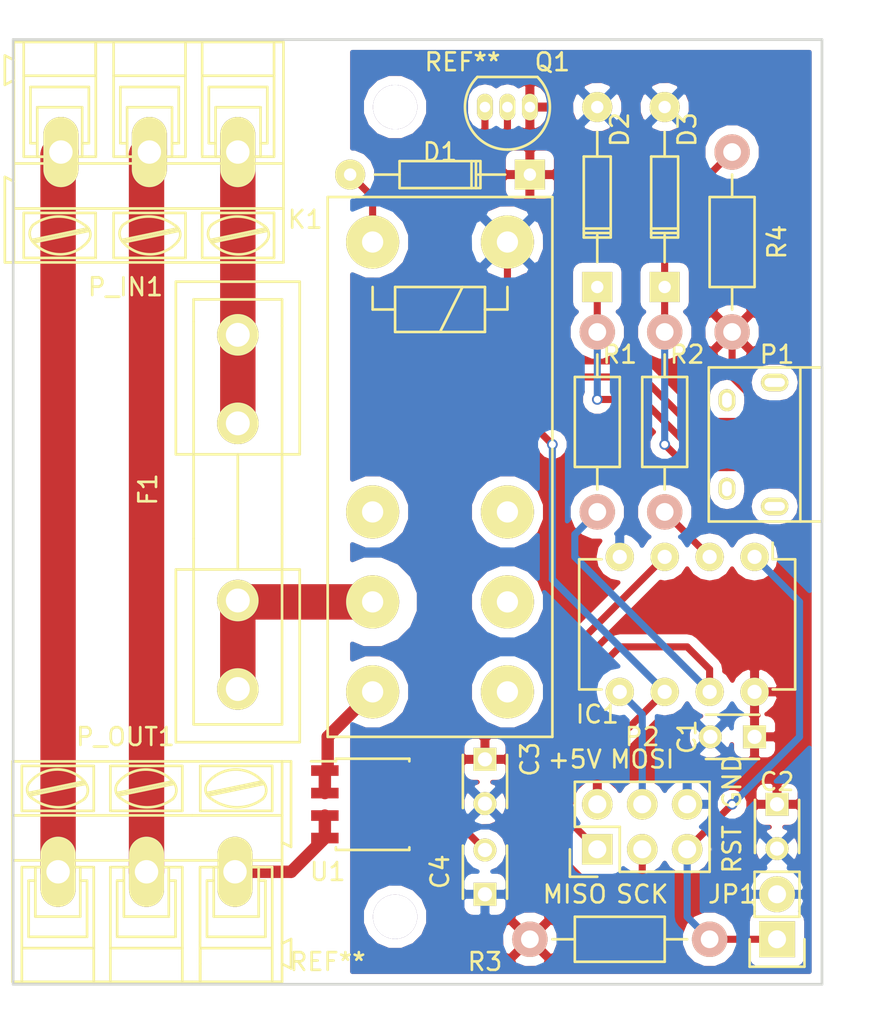
<source format=kicad_pcb>
(kicad_pcb (version 4) (host pcbnew 4.0.2-stable)

  (general
    (links 50)
    (no_connects 0)
    (area 50.724999 87.554999 96.595001 141.045001)
    (thickness 1.6)
    (drawings 10)
    (tracks 100)
    (zones 0)
    (modules 23)
    (nets 19)
  )

  (page A4)
  (layers
    (0 F.Cu signal)
    (31 B.Cu signal)
    (32 B.Adhes user)
    (33 F.Adhes user)
    (34 B.Paste user)
    (35 F.Paste user)
    (36 B.SilkS user)
    (37 F.SilkS user)
    (38 B.Mask user)
    (39 F.Mask user)
    (40 Dwgs.User user)
    (41 Cmts.User user)
    (42 Eco1.User user)
    (43 Eco2.User user)
    (44 Edge.Cuts user)
    (45 Margin user)
    (46 B.CrtYd user)
    (47 F.CrtYd user)
    (48 B.Fab user)
    (49 F.Fab user)
  )

  (setup
    (last_trace_width 0.4)
    (trace_clearance 0.2)
    (zone_clearance 0.508)
    (zone_45_only no)
    (trace_min 0.2)
    (segment_width 0.2)
    (edge_width 0.15)
    (via_size 0.6)
    (via_drill 0.4)
    (via_min_size 0.4)
    (via_min_drill 0.3)
    (uvia_size 0.3)
    (uvia_drill 0.1)
    (uvias_allowed no)
    (uvia_min_size 0.2)
    (uvia_min_drill 0.1)
    (pcb_text_width 0.3)
    (pcb_text_size 1.5 1.5)
    (mod_edge_width 0.15)
    (mod_text_size 1 1)
    (mod_text_width 0.15)
    (pad_size 1.524 1.524)
    (pad_drill 0.762)
    (pad_to_mask_clearance 0.2)
    (aux_axis_origin 0 0)
    (visible_elements FFFFFF7F)
    (pcbplotparams
      (layerselection 0x00030_80000001)
      (usegerberextensions false)
      (excludeedgelayer true)
      (linewidth 0.100000)
      (plotframeref false)
      (viasonmask false)
      (mode 1)
      (useauxorigin false)
      (hpglpennumber 1)
      (hpglpenspeed 20)
      (hpglpendiameter 15)
      (hpglpenoverlay 2)
      (psnegative false)
      (psa4output false)
      (plotreference true)
      (plotvalue true)
      (plotinvisibletext false)
      (padsonsilk false)
      (subtractmaskfromsilk false)
      (outputformat 1)
      (mirror false)
      (drillshape 1)
      (scaleselection 1)
      (outputdirectory ""))
  )

  (net 0 "")
  (net 1 +5V)
  (net 2 SCK)
  (net 3 MOSI)
  (net 4 RST)
  (net 5 GND)
  (net 6 "Net-(F1-Pad1)")
  (net 7 "Net-(P_IN1-Pad2)")
  (net 8 "Net-(P_IN1-Pad3)")
  (net 9 "Net-(K1-Pad1)")
  (net 10 "Net-(D1-Pad2)")
  (net 11 "Net-(D2-Pad1)")
  (net 12 "Net-(D3-Pad1)")
  (net 13 "Net-(F1-Pad2)")
  (net 14 "Net-(IC1-Pad2)")
  (net 15 ADCIN)
  (net 16 "Net-(C4-Pad2)")
  (net 17 ICTL)
  (net 18 "Net-(P_OUT1-Pad3)")

  (net_class Default "This is the default net class."
    (clearance 0.2)
    (trace_width 0.4)
    (via_dia 0.6)
    (via_drill 0.4)
    (uvia_dia 0.3)
    (uvia_drill 0.1)
    (add_net +5V)
    (add_net ADCIN)
    (add_net GND)
    (add_net ICTL)
    (add_net MOSI)
    (add_net "Net-(C4-Pad2)")
    (add_net "Net-(D1-Pad2)")
    (add_net "Net-(D2-Pad1)")
    (add_net "Net-(D3-Pad1)")
    (add_net "Net-(IC1-Pad2)")
    (add_net RST)
    (add_net SCK)
  )

  (net_class less_power ""
    (clearance 0.2)
    (trace_width 0.7)
    (via_dia 0.6)
    (via_drill 0.4)
    (uvia_dia 0.3)
    (uvia_drill 0.1)
    (add_net "Net-(K1-Pad1)")
    (add_net "Net-(P_OUT1-Pad3)")
  )

  (net_class wall_power ""
    (clearance 1)
    (trace_width 2)
    (via_dia 1)
    (via_drill 0.8)
    (uvia_dia 0.3)
    (uvia_drill 0.1)
    (add_net "Net-(F1-Pad1)")
    (add_net "Net-(F1-Pad2)")
    (add_net "Net-(P_IN1-Pad2)")
    (add_net "Net-(P_IN1-Pad3)")
  )

  (module Pin_Headers:Pin_Header_Straight_2x03 (layer F.Cu) (tedit 56D5CF65) (tstamp 56C32A5B)
    (at 83.82 133.35 90)
    (descr "Through hole pin header")
    (tags "pin header")
    (path /56C200ED)
    (fp_text reference P2 (at 6.35 2.54 180) (layer F.SilkS)
      (effects (font (size 1 1) (thickness 0.15)))
    )
    (fp_text value CONN_02X03 (at 0 -3.1 90) (layer F.Fab)
      (effects (font (size 1 1) (thickness 0.15)))
    )
    (fp_line (start -1.27 1.27) (end -1.27 6.35) (layer F.SilkS) (width 0.15))
    (fp_line (start -1.55 -1.55) (end 0 -1.55) (layer F.SilkS) (width 0.15))
    (fp_line (start -1.75 -1.75) (end -1.75 6.85) (layer F.CrtYd) (width 0.05))
    (fp_line (start 4.3 -1.75) (end 4.3 6.85) (layer F.CrtYd) (width 0.05))
    (fp_line (start -1.75 -1.75) (end 4.3 -1.75) (layer F.CrtYd) (width 0.05))
    (fp_line (start -1.75 6.85) (end 4.3 6.85) (layer F.CrtYd) (width 0.05))
    (fp_line (start 1.27 -1.27) (end 1.27 1.27) (layer F.SilkS) (width 0.15))
    (fp_line (start 1.27 1.27) (end -1.27 1.27) (layer F.SilkS) (width 0.15))
    (fp_line (start -1.27 6.35) (end 3.81 6.35) (layer F.SilkS) (width 0.15))
    (fp_line (start 3.81 6.35) (end 3.81 1.27) (layer F.SilkS) (width 0.15))
    (fp_line (start -1.55 -1.55) (end -1.55 0) (layer F.SilkS) (width 0.15))
    (fp_line (start 3.81 -1.27) (end 1.27 -1.27) (layer F.SilkS) (width 0.15))
    (fp_line (start 3.81 1.27) (end 3.81 -1.27) (layer F.SilkS) (width 0.15))
    (pad 1 thru_hole rect (at 0 0 90) (size 1.7272 1.7272) (drill 1.016) (layers *.Cu *.Mask F.SilkS)
      (net 17 ICTL))
    (pad 2 thru_hole oval (at 2.54 0 90) (size 1.7272 1.7272) (drill 1.016) (layers *.Cu *.Mask F.SilkS)
      (net 1 +5V))
    (pad 3 thru_hole oval (at 0 2.54 90) (size 1.7272 1.7272) (drill 1.016) (layers *.Cu *.Mask F.SilkS)
      (net 2 SCK))
    (pad 4 thru_hole oval (at 2.54 2.54 90) (size 1.7272 1.7272) (drill 1.016) (layers *.Cu *.Mask F.SilkS)
      (net 3 MOSI))
    (pad 5 thru_hole oval (at 0 5.08 90) (size 1.7272 1.7272) (drill 1.016) (layers *.Cu *.Mask F.SilkS)
      (net 4 RST))
    (pad 6 thru_hole oval (at 2.54 5.08 90) (size 1.7272 1.7272) (drill 1.016) (layers *.Cu *.Mask F.SilkS)
      (net 5 GND))
    (model Pin_Headers.3dshapes/Pin_Header_Straight_2x03.wrl
      (at (xyz 0.05 -0.1 0))
      (scale (xyz 1 1 1))
      (rotate (xyz 0 0 90))
    )
  )

  (module Connect:AK300-3 (layer F.Cu) (tedit 56D5C85E) (tstamp 56C32AD3)
    (at 63.5 93.98 180)
    (descr CONNECTOR)
    (tags CONNECTOR)
    (path /56BF36A9)
    (attr virtual)
    (fp_text reference P_IN1 (at 6.35 -7.62 180) (layer F.SilkS)
      (effects (font (size 1 1) (thickness 0.15)))
    )
    (fp_text value CONN_01X03 (at 2.754 7.737 180) (layer F.Fab)
      (effects (font (size 1 1) (thickness 0.15)))
    )
    (fp_line (start 13.418 -6.473) (end -2.83 -6.473) (layer F.CrtYd) (width 0.05))
    (fp_line (start 13.418 6.473) (end 13.418 -6.473) (layer F.CrtYd) (width 0.05))
    (fp_line (start -2.83 6.473) (end 13.418 6.473) (layer F.CrtYd) (width 0.05))
    (fp_line (start -2.83 -6.473) (end -2.83 6.473) (layer F.CrtYd) (width 0.05))
    (fp_line (start 12.66 -0.645) (end -2.5165 -0.645) (layer F.SilkS) (width 0.15))
    (fp_line (start 8.0245 3.9905) (end 8.0245 -0.264) (layer F.SilkS) (width 0.15))
    (fp_line (start 12.0885 6.213) (end 7.58 6.213) (layer F.SilkS) (width 0.15))
    (fp_line (start 7.58 -3.185) (end 12.5965 -3.185) (layer F.SilkS) (width 0.15))
    (fp_line (start -2.58 -6.233) (end 12.66 -6.233) (layer F.SilkS) (width 0.15))
    (fp_arc (start 8.9262 -4.65566) (end 8.63664 -4.1375) (angle 104.2) (layer F.SilkS) (width 0.15))
    (fp_arc (start 10.04126 -3.7184) (end 8.4436 -5.0138) (angle 100) (layer F.SilkS) (width 0.15))
    (fp_arc (start 10.12 -6.0806) (end 11.58304 -4.12734) (angle 75.5) (layer F.SilkS) (width 0.15))
    (fp_arc (start 11.0852 -4.60486) (end 11.59066 -5.06206) (angle 90.5) (layer F.SilkS) (width 0.15))
    (fp_line (start 8.4182 -0.264) (end 11.7202 -0.264) (layer F.SilkS) (width 0.15))
    (fp_line (start 8.0372 -0.264) (end 8.4182 -0.264) (layer F.SilkS) (width 0.15))
    (fp_line (start 12.1012 -0.264) (end 11.7202 -0.264) (layer F.SilkS) (width 0.15))
    (fp_line (start 8.5706 -4.328) (end 11.6186 -4.963) (layer F.SilkS) (width 0.15))
    (fp_line (start 8.4436 -4.455) (end 11.4916 -5.09) (layer F.SilkS) (width 0.15))
    (fp_line (start 12.1012 -3.439) (end 8.0372 -3.439) (layer F.SilkS) (width 0.15))
    (fp_line (start 12.1012 -5.979) (end 12.1012 -3.439) (layer F.SilkS) (width 0.15))
    (fp_line (start 8.0372 -5.979) (end 12.1012 -5.979) (layer F.SilkS) (width 0.15))
    (fp_line (start 8.0372 -3.439) (end 8.0372 -5.979) (layer F.SilkS) (width 0.15))
    (fp_line (start 12.66 -3.185) (end 12.66 -1.661) (layer F.SilkS) (width 0.15))
    (fp_line (start 12.66 -0.645) (end 12.66 4.054) (layer F.SilkS) (width 0.15))
    (fp_line (start 12.66 -1.661) (end 12.66 -0.645) (layer F.SilkS) (width 0.15))
    (fp_line (start 11.7202 0.498) (end 11.3392 0.498) (layer F.SilkS) (width 0.15))
    (fp_line (start 8.4182 0.498) (end 8.7992 0.498) (layer F.SilkS) (width 0.15))
    (fp_line (start 8.4182 3.673) (end 8.4182 0.498) (layer F.SilkS) (width 0.15))
    (fp_line (start 11.7202 3.673) (end 8.4182 3.673) (layer F.SilkS) (width 0.15))
    (fp_line (start 11.7202 3.673) (end 11.7202 0.498) (layer F.SilkS) (width 0.15))
    (fp_line (start 12.1012 4.308) (end 12.1012 6.213) (layer F.SilkS) (width 0.15))
    (fp_line (start 8.0372 4.308) (end 12.1012 4.308) (layer F.SilkS) (width 0.15))
    (fp_line (start 12.1012 6.213) (end 12.66 6.213) (layer F.SilkS) (width 0.15))
    (fp_line (start 12.1012 -0.264) (end 12.1012 4.308) (layer F.SilkS) (width 0.15))
    (fp_line (start 8.0372 6.213) (end 8.0372 4.308) (layer F.SilkS) (width 0.15))
    (fp_line (start 13.168 3.8) (end 13.168 5.451) (layer F.SilkS) (width 0.15))
    (fp_line (start 12.66 4.054) (end 12.66 5.197) (layer F.SilkS) (width 0.15))
    (fp_line (start 13.168 3.8) (end 12.66 4.054) (layer F.SilkS) (width 0.15))
    (fp_line (start 12.66 5.197) (end 12.66 6.213) (layer F.SilkS) (width 0.15))
    (fp_line (start 13.168 5.451) (end 12.66 5.197) (layer F.SilkS) (width 0.15))
    (fp_line (start 13.168 -1.407) (end 12.66 -1.661) (layer F.SilkS) (width 0.15))
    (fp_line (start 13.168 -6.233) (end 13.168 -1.407) (layer F.SilkS) (width 0.15))
    (fp_line (start 12.66 -6.233) (end 13.168 -6.233) (layer F.SilkS) (width 0.15))
    (fp_line (start 12.66 -6.233) (end 12.66 -3.185) (layer F.SilkS) (width 0.15))
    (fp_line (start 8.7992 2.53) (end 8.7992 -0.264) (layer F.SilkS) (width 0.15))
    (fp_line (start 8.7992 -0.264) (end 11.3392 -0.264) (layer F.SilkS) (width 0.15))
    (fp_line (start 11.3392 2.53) (end 11.3392 -0.264) (layer F.SilkS) (width 0.15))
    (fp_line (start 8.7992 2.53) (end 11.3392 2.53) (layer F.SilkS) (width 0.15))
    (fp_line (start -1.2846 2.53) (end 1.2554 2.53) (layer F.SilkS) (width 0.15))
    (fp_line (start 1.2554 2.53) (end 1.2554 -0.264) (layer F.SilkS) (width 0.15))
    (fp_line (start -1.2846 -0.264) (end 1.2554 -0.264) (layer F.SilkS) (width 0.15))
    (fp_line (start -1.2846 2.53) (end -1.2846 -0.264) (layer F.SilkS) (width 0.15))
    (fp_line (start 3.7192 2.53) (end 6.2592 2.53) (layer F.SilkS) (width 0.15))
    (fp_line (start 6.2592 2.53) (end 6.2592 -0.264) (layer F.SilkS) (width 0.15))
    (fp_line (start 3.7192 -0.264) (end 6.2592 -0.264) (layer F.SilkS) (width 0.15))
    (fp_line (start 3.7192 2.53) (end 3.7192 -0.264) (layer F.SilkS) (width 0.15))
    (fp_line (start 8.0245 5.197) (end 8.0245 6.213) (layer F.SilkS) (width 0.15))
    (fp_line (start 8.0245 4.054) (end 8.0245 5.197) (layer F.SilkS) (width 0.15))
    (fp_line (start 2.9572 6.213) (end 2.9572 4.308) (layer F.SilkS) (width 0.15))
    (fp_line (start 7.0212 -0.264) (end 7.0212 4.308) (layer F.SilkS) (width 0.15))
    (fp_line (start 2.9572 6.213) (end 7.0212 6.213) (layer F.SilkS) (width 0.15))
    (fp_line (start 7.0212 6.213) (end 7.58 6.213) (layer F.SilkS) (width 0.15))
    (fp_line (start 2.0174 6.213) (end 2.0174 4.308) (layer F.SilkS) (width 0.15))
    (fp_line (start 2.0174 6.213) (end 2.9572 6.213) (layer F.SilkS) (width 0.15))
    (fp_line (start -2.0466 -0.264) (end -2.0466 4.308) (layer F.SilkS) (width 0.15))
    (fp_line (start -2.58 6.213) (end -2.0466 6.213) (layer F.SilkS) (width 0.15))
    (fp_line (start -2.0466 6.213) (end 2.0174 6.213) (layer F.SilkS) (width 0.15))
    (fp_line (start 2.9572 4.308) (end 7.0212 4.308) (layer F.SilkS) (width 0.15))
    (fp_line (start 2.9572 4.308) (end 2.9572 -0.264) (layer F.SilkS) (width 0.15))
    (fp_line (start 7.0212 4.308) (end 7.0212 6.213) (layer F.SilkS) (width 0.15))
    (fp_line (start 2.0174 4.308) (end -2.0466 4.308) (layer F.SilkS) (width 0.15))
    (fp_line (start 2.0174 4.308) (end 2.0174 -0.264) (layer F.SilkS) (width 0.15))
    (fp_line (start -2.0466 4.308) (end -2.0466 6.213) (layer F.SilkS) (width 0.15))
    (fp_line (start 6.6402 3.673) (end 6.6402 0.498) (layer F.SilkS) (width 0.15))
    (fp_line (start 6.6402 3.673) (end 3.3382 3.673) (layer F.SilkS) (width 0.15))
    (fp_line (start 3.3382 3.673) (end 3.3382 0.498) (layer F.SilkS) (width 0.15))
    (fp_line (start 1.6364 3.673) (end 1.6364 0.498) (layer F.SilkS) (width 0.15))
    (fp_line (start 1.6364 3.673) (end -1.6656 3.673) (layer F.SilkS) (width 0.15))
    (fp_line (start -1.6656 3.673) (end -1.6656 0.498) (layer F.SilkS) (width 0.15))
    (fp_line (start -1.6656 0.498) (end -1.2846 0.498) (layer F.SilkS) (width 0.15))
    (fp_line (start 1.6364 0.498) (end 1.2554 0.498) (layer F.SilkS) (width 0.15))
    (fp_line (start 3.3382 0.498) (end 3.7192 0.498) (layer F.SilkS) (width 0.15))
    (fp_line (start 6.6402 0.498) (end 6.2592 0.498) (layer F.SilkS) (width 0.15))
    (fp_line (start -2.58 6.213) (end -2.58 -0.645) (layer F.SilkS) (width 0.15))
    (fp_line (start -2.58 -0.645) (end -2.58 -3.185) (layer F.SilkS) (width 0.15))
    (fp_line (start -2.58 -3.185) (end 7.58 -3.185) (layer F.SilkS) (width 0.15))
    (fp_line (start -2.58 -3.185) (end -2.58 -6.233) (layer F.SilkS) (width 0.15))
    (fp_line (start 2.9572 -3.439) (end 2.9572 -5.979) (layer F.SilkS) (width 0.15))
    (fp_line (start 2.9572 -5.979) (end 7.0212 -5.979) (layer F.SilkS) (width 0.15))
    (fp_line (start 7.0212 -5.979) (end 7.0212 -3.439) (layer F.SilkS) (width 0.15))
    (fp_line (start 7.0212 -3.439) (end 2.9572 -3.439) (layer F.SilkS) (width 0.15))
    (fp_line (start 2.0174 -3.439) (end 2.0174 -5.979) (layer F.SilkS) (width 0.15))
    (fp_line (start 2.0174 -3.439) (end -2.0466 -3.439) (layer F.SilkS) (width 0.15))
    (fp_line (start -2.0466 -3.439) (end -2.0466 -5.979) (layer F.SilkS) (width 0.15))
    (fp_line (start 2.0174 -5.979) (end -2.0466 -5.979) (layer F.SilkS) (width 0.15))
    (fp_line (start 3.3636 -4.455) (end 6.4116 -5.09) (layer F.SilkS) (width 0.15))
    (fp_line (start 3.4906 -4.328) (end 6.5386 -4.963) (layer F.SilkS) (width 0.15))
    (fp_line (start -1.6402 -4.455) (end 1.41034 -5.09) (layer F.SilkS) (width 0.15))
    (fp_line (start -1.5132 -4.328) (end 1.5348 -4.963) (layer F.SilkS) (width 0.15))
    (fp_line (start -2.0466 -0.264) (end -1.6656 -0.264) (layer F.SilkS) (width 0.15))
    (fp_line (start 2.0174 -0.264) (end 1.6364 -0.264) (layer F.SilkS) (width 0.15))
    (fp_line (start 1.6364 -0.264) (end -1.6656 -0.264) (layer F.SilkS) (width 0.15))
    (fp_line (start 7.0212 -0.264) (end 6.6402 -0.264) (layer F.SilkS) (width 0.15))
    (fp_line (start 2.9572 -0.264) (end 3.3382 -0.264) (layer F.SilkS) (width 0.15))
    (fp_line (start 3.3382 -0.264) (end 6.6402 -0.264) (layer F.SilkS) (width 0.15))
    (fp_arc (start 6.0052 -4.60486) (end 6.51066 -5.06206) (angle 90.5) (layer F.SilkS) (width 0.15))
    (fp_arc (start 5.04 -6.0806) (end 6.50304 -4.12734) (angle 75.5) (layer F.SilkS) (width 0.15))
    (fp_arc (start 4.96126 -3.7184) (end 3.3636 -5.0138) (angle 100) (layer F.SilkS) (width 0.15))
    (fp_arc (start 3.8462 -4.65566) (end 3.55664 -4.1375) (angle 104.2) (layer F.SilkS) (width 0.15))
    (fp_arc (start 1.0014 -4.60486) (end 1.5094 -5.06206) (angle 90.5) (layer F.SilkS) (width 0.15))
    (fp_arc (start 0.03874 -6.0806) (end 1.50178 -4.12734) (angle 75.5) (layer F.SilkS) (width 0.15))
    (fp_arc (start -0.03746 -3.7184) (end -1.6402 -5.0138) (angle 100) (layer F.SilkS) (width 0.15))
    (fp_arc (start -1.1576 -4.65566) (end -1.44462 -4.1375) (angle 104.2) (layer F.SilkS) (width 0.15))
    (pad 1 thru_hole oval (at 0 0 180) (size 1.9812 3.9624) (drill 1.3208) (layers *.Cu F.Paste F.SilkS F.Mask)
      (net 6 "Net-(F1-Pad1)"))
    (pad 2 thru_hole oval (at 5 0 180) (size 1.9812 3.9624) (drill 1.3208) (layers *.Cu F.Paste F.SilkS F.Mask)
      (net 7 "Net-(P_IN1-Pad2)"))
    (pad 3 thru_hole oval (at 10 0 180) (size 1.9812 3.9624) (drill 1.3208) (layers *.Cu F.Paste F.SilkS F.Mask)
      (net 8 "Net-(P_IN1-Pad3)"))
  )

  (module Connect:AK300-3 (layer F.Cu) (tedit 56D5C866) (tstamp 56C32B4B)
    (at 53.34 134.62)
    (descr CONNECTOR)
    (tags CONNECTOR)
    (path /56BF36E0)
    (attr virtual)
    (fp_text reference P_OUT1 (at 3.81 -7.62) (layer F.SilkS)
      (effects (font (size 1 1) (thickness 0.15)))
    )
    (fp_text value CONN_01X03 (at 2.754 7.737) (layer F.Fab)
      (effects (font (size 1 1) (thickness 0.15)))
    )
    (fp_line (start 13.418 -6.473) (end -2.83 -6.473) (layer F.CrtYd) (width 0.05))
    (fp_line (start 13.418 6.473) (end 13.418 -6.473) (layer F.CrtYd) (width 0.05))
    (fp_line (start -2.83 6.473) (end 13.418 6.473) (layer F.CrtYd) (width 0.05))
    (fp_line (start -2.83 -6.473) (end -2.83 6.473) (layer F.CrtYd) (width 0.05))
    (fp_line (start 12.66 -0.645) (end -2.5165 -0.645) (layer F.SilkS) (width 0.15))
    (fp_line (start 8.0245 3.9905) (end 8.0245 -0.264) (layer F.SilkS) (width 0.15))
    (fp_line (start 12.0885 6.213) (end 7.58 6.213) (layer F.SilkS) (width 0.15))
    (fp_line (start 7.58 -3.185) (end 12.5965 -3.185) (layer F.SilkS) (width 0.15))
    (fp_line (start -2.58 -6.233) (end 12.66 -6.233) (layer F.SilkS) (width 0.15))
    (fp_arc (start 8.9262 -4.65566) (end 8.63664 -4.1375) (angle 104.2) (layer F.SilkS) (width 0.15))
    (fp_arc (start 10.04126 -3.7184) (end 8.4436 -5.0138) (angle 100) (layer F.SilkS) (width 0.15))
    (fp_arc (start 10.12 -6.0806) (end 11.58304 -4.12734) (angle 75.5) (layer F.SilkS) (width 0.15))
    (fp_arc (start 11.0852 -4.60486) (end 11.59066 -5.06206) (angle 90.5) (layer F.SilkS) (width 0.15))
    (fp_line (start 8.4182 -0.264) (end 11.7202 -0.264) (layer F.SilkS) (width 0.15))
    (fp_line (start 8.0372 -0.264) (end 8.4182 -0.264) (layer F.SilkS) (width 0.15))
    (fp_line (start 12.1012 -0.264) (end 11.7202 -0.264) (layer F.SilkS) (width 0.15))
    (fp_line (start 8.5706 -4.328) (end 11.6186 -4.963) (layer F.SilkS) (width 0.15))
    (fp_line (start 8.4436 -4.455) (end 11.4916 -5.09) (layer F.SilkS) (width 0.15))
    (fp_line (start 12.1012 -3.439) (end 8.0372 -3.439) (layer F.SilkS) (width 0.15))
    (fp_line (start 12.1012 -5.979) (end 12.1012 -3.439) (layer F.SilkS) (width 0.15))
    (fp_line (start 8.0372 -5.979) (end 12.1012 -5.979) (layer F.SilkS) (width 0.15))
    (fp_line (start 8.0372 -3.439) (end 8.0372 -5.979) (layer F.SilkS) (width 0.15))
    (fp_line (start 12.66 -3.185) (end 12.66 -1.661) (layer F.SilkS) (width 0.15))
    (fp_line (start 12.66 -0.645) (end 12.66 4.054) (layer F.SilkS) (width 0.15))
    (fp_line (start 12.66 -1.661) (end 12.66 -0.645) (layer F.SilkS) (width 0.15))
    (fp_line (start 11.7202 0.498) (end 11.3392 0.498) (layer F.SilkS) (width 0.15))
    (fp_line (start 8.4182 0.498) (end 8.7992 0.498) (layer F.SilkS) (width 0.15))
    (fp_line (start 8.4182 3.673) (end 8.4182 0.498) (layer F.SilkS) (width 0.15))
    (fp_line (start 11.7202 3.673) (end 8.4182 3.673) (layer F.SilkS) (width 0.15))
    (fp_line (start 11.7202 3.673) (end 11.7202 0.498) (layer F.SilkS) (width 0.15))
    (fp_line (start 12.1012 4.308) (end 12.1012 6.213) (layer F.SilkS) (width 0.15))
    (fp_line (start 8.0372 4.308) (end 12.1012 4.308) (layer F.SilkS) (width 0.15))
    (fp_line (start 12.1012 6.213) (end 12.66 6.213) (layer F.SilkS) (width 0.15))
    (fp_line (start 12.1012 -0.264) (end 12.1012 4.308) (layer F.SilkS) (width 0.15))
    (fp_line (start 8.0372 6.213) (end 8.0372 4.308) (layer F.SilkS) (width 0.15))
    (fp_line (start 13.168 3.8) (end 13.168 5.451) (layer F.SilkS) (width 0.15))
    (fp_line (start 12.66 4.054) (end 12.66 5.197) (layer F.SilkS) (width 0.15))
    (fp_line (start 13.168 3.8) (end 12.66 4.054) (layer F.SilkS) (width 0.15))
    (fp_line (start 12.66 5.197) (end 12.66 6.213) (layer F.SilkS) (width 0.15))
    (fp_line (start 13.168 5.451) (end 12.66 5.197) (layer F.SilkS) (width 0.15))
    (fp_line (start 13.168 -1.407) (end 12.66 -1.661) (layer F.SilkS) (width 0.15))
    (fp_line (start 13.168 -6.233) (end 13.168 -1.407) (layer F.SilkS) (width 0.15))
    (fp_line (start 12.66 -6.233) (end 13.168 -6.233) (layer F.SilkS) (width 0.15))
    (fp_line (start 12.66 -6.233) (end 12.66 -3.185) (layer F.SilkS) (width 0.15))
    (fp_line (start 8.7992 2.53) (end 8.7992 -0.264) (layer F.SilkS) (width 0.15))
    (fp_line (start 8.7992 -0.264) (end 11.3392 -0.264) (layer F.SilkS) (width 0.15))
    (fp_line (start 11.3392 2.53) (end 11.3392 -0.264) (layer F.SilkS) (width 0.15))
    (fp_line (start 8.7992 2.53) (end 11.3392 2.53) (layer F.SilkS) (width 0.15))
    (fp_line (start -1.2846 2.53) (end 1.2554 2.53) (layer F.SilkS) (width 0.15))
    (fp_line (start 1.2554 2.53) (end 1.2554 -0.264) (layer F.SilkS) (width 0.15))
    (fp_line (start -1.2846 -0.264) (end 1.2554 -0.264) (layer F.SilkS) (width 0.15))
    (fp_line (start -1.2846 2.53) (end -1.2846 -0.264) (layer F.SilkS) (width 0.15))
    (fp_line (start 3.7192 2.53) (end 6.2592 2.53) (layer F.SilkS) (width 0.15))
    (fp_line (start 6.2592 2.53) (end 6.2592 -0.264) (layer F.SilkS) (width 0.15))
    (fp_line (start 3.7192 -0.264) (end 6.2592 -0.264) (layer F.SilkS) (width 0.15))
    (fp_line (start 3.7192 2.53) (end 3.7192 -0.264) (layer F.SilkS) (width 0.15))
    (fp_line (start 8.0245 5.197) (end 8.0245 6.213) (layer F.SilkS) (width 0.15))
    (fp_line (start 8.0245 4.054) (end 8.0245 5.197) (layer F.SilkS) (width 0.15))
    (fp_line (start 2.9572 6.213) (end 2.9572 4.308) (layer F.SilkS) (width 0.15))
    (fp_line (start 7.0212 -0.264) (end 7.0212 4.308) (layer F.SilkS) (width 0.15))
    (fp_line (start 2.9572 6.213) (end 7.0212 6.213) (layer F.SilkS) (width 0.15))
    (fp_line (start 7.0212 6.213) (end 7.58 6.213) (layer F.SilkS) (width 0.15))
    (fp_line (start 2.0174 6.213) (end 2.0174 4.308) (layer F.SilkS) (width 0.15))
    (fp_line (start 2.0174 6.213) (end 2.9572 6.213) (layer F.SilkS) (width 0.15))
    (fp_line (start -2.0466 -0.264) (end -2.0466 4.308) (layer F.SilkS) (width 0.15))
    (fp_line (start -2.58 6.213) (end -2.0466 6.213) (layer F.SilkS) (width 0.15))
    (fp_line (start -2.0466 6.213) (end 2.0174 6.213) (layer F.SilkS) (width 0.15))
    (fp_line (start 2.9572 4.308) (end 7.0212 4.308) (layer F.SilkS) (width 0.15))
    (fp_line (start 2.9572 4.308) (end 2.9572 -0.264) (layer F.SilkS) (width 0.15))
    (fp_line (start 7.0212 4.308) (end 7.0212 6.213) (layer F.SilkS) (width 0.15))
    (fp_line (start 2.0174 4.308) (end -2.0466 4.308) (layer F.SilkS) (width 0.15))
    (fp_line (start 2.0174 4.308) (end 2.0174 -0.264) (layer F.SilkS) (width 0.15))
    (fp_line (start -2.0466 4.308) (end -2.0466 6.213) (layer F.SilkS) (width 0.15))
    (fp_line (start 6.6402 3.673) (end 6.6402 0.498) (layer F.SilkS) (width 0.15))
    (fp_line (start 6.6402 3.673) (end 3.3382 3.673) (layer F.SilkS) (width 0.15))
    (fp_line (start 3.3382 3.673) (end 3.3382 0.498) (layer F.SilkS) (width 0.15))
    (fp_line (start 1.6364 3.673) (end 1.6364 0.498) (layer F.SilkS) (width 0.15))
    (fp_line (start 1.6364 3.673) (end -1.6656 3.673) (layer F.SilkS) (width 0.15))
    (fp_line (start -1.6656 3.673) (end -1.6656 0.498) (layer F.SilkS) (width 0.15))
    (fp_line (start -1.6656 0.498) (end -1.2846 0.498) (layer F.SilkS) (width 0.15))
    (fp_line (start 1.6364 0.498) (end 1.2554 0.498) (layer F.SilkS) (width 0.15))
    (fp_line (start 3.3382 0.498) (end 3.7192 0.498) (layer F.SilkS) (width 0.15))
    (fp_line (start 6.6402 0.498) (end 6.2592 0.498) (layer F.SilkS) (width 0.15))
    (fp_line (start -2.58 6.213) (end -2.58 -0.645) (layer F.SilkS) (width 0.15))
    (fp_line (start -2.58 -0.645) (end -2.58 -3.185) (layer F.SilkS) (width 0.15))
    (fp_line (start -2.58 -3.185) (end 7.58 -3.185) (layer F.SilkS) (width 0.15))
    (fp_line (start -2.58 -3.185) (end -2.58 -6.233) (layer F.SilkS) (width 0.15))
    (fp_line (start 2.9572 -3.439) (end 2.9572 -5.979) (layer F.SilkS) (width 0.15))
    (fp_line (start 2.9572 -5.979) (end 7.0212 -5.979) (layer F.SilkS) (width 0.15))
    (fp_line (start 7.0212 -5.979) (end 7.0212 -3.439) (layer F.SilkS) (width 0.15))
    (fp_line (start 7.0212 -3.439) (end 2.9572 -3.439) (layer F.SilkS) (width 0.15))
    (fp_line (start 2.0174 -3.439) (end 2.0174 -5.979) (layer F.SilkS) (width 0.15))
    (fp_line (start 2.0174 -3.439) (end -2.0466 -3.439) (layer F.SilkS) (width 0.15))
    (fp_line (start -2.0466 -3.439) (end -2.0466 -5.979) (layer F.SilkS) (width 0.15))
    (fp_line (start 2.0174 -5.979) (end -2.0466 -5.979) (layer F.SilkS) (width 0.15))
    (fp_line (start 3.3636 -4.455) (end 6.4116 -5.09) (layer F.SilkS) (width 0.15))
    (fp_line (start 3.4906 -4.328) (end 6.5386 -4.963) (layer F.SilkS) (width 0.15))
    (fp_line (start -1.6402 -4.455) (end 1.41034 -5.09) (layer F.SilkS) (width 0.15))
    (fp_line (start -1.5132 -4.328) (end 1.5348 -4.963) (layer F.SilkS) (width 0.15))
    (fp_line (start -2.0466 -0.264) (end -1.6656 -0.264) (layer F.SilkS) (width 0.15))
    (fp_line (start 2.0174 -0.264) (end 1.6364 -0.264) (layer F.SilkS) (width 0.15))
    (fp_line (start 1.6364 -0.264) (end -1.6656 -0.264) (layer F.SilkS) (width 0.15))
    (fp_line (start 7.0212 -0.264) (end 6.6402 -0.264) (layer F.SilkS) (width 0.15))
    (fp_line (start 2.9572 -0.264) (end 3.3382 -0.264) (layer F.SilkS) (width 0.15))
    (fp_line (start 3.3382 -0.264) (end 6.6402 -0.264) (layer F.SilkS) (width 0.15))
    (fp_arc (start 6.0052 -4.60486) (end 6.51066 -5.06206) (angle 90.5) (layer F.SilkS) (width 0.15))
    (fp_arc (start 5.04 -6.0806) (end 6.50304 -4.12734) (angle 75.5) (layer F.SilkS) (width 0.15))
    (fp_arc (start 4.96126 -3.7184) (end 3.3636 -5.0138) (angle 100) (layer F.SilkS) (width 0.15))
    (fp_arc (start 3.8462 -4.65566) (end 3.55664 -4.1375) (angle 104.2) (layer F.SilkS) (width 0.15))
    (fp_arc (start 1.0014 -4.60486) (end 1.5094 -5.06206) (angle 90.5) (layer F.SilkS) (width 0.15))
    (fp_arc (start 0.03874 -6.0806) (end 1.50178 -4.12734) (angle 75.5) (layer F.SilkS) (width 0.15))
    (fp_arc (start -0.03746 -3.7184) (end -1.6402 -5.0138) (angle 100) (layer F.SilkS) (width 0.15))
    (fp_arc (start -1.1576 -4.65566) (end -1.44462 -4.1375) (angle 104.2) (layer F.SilkS) (width 0.15))
    (pad 1 thru_hole oval (at 0 0) (size 1.9812 3.9624) (drill 1.3208) (layers *.Cu F.Paste F.SilkS F.Mask)
      (net 8 "Net-(P_IN1-Pad3)"))
    (pad 2 thru_hole oval (at 5 0) (size 1.9812 3.9624) (drill 1.3208) (layers *.Cu F.Paste F.SilkS F.Mask)
      (net 7 "Net-(P_IN1-Pad2)"))
    (pad 3 thru_hole oval (at 10 0) (size 1.9812 3.9624) (drill 1.3208) (layers *.Cu F.Paste F.SilkS F.Mask)
      (net 18 "Net-(P_OUT1-Pad3)"))
  )

  (module Diodes_ThroughHole:Diode_DO-35_SOD27_Horizontal_RM10 (layer F.Cu) (tedit 56D5C885) (tstamp 56C35096)
    (at 80.01 95.25 180)
    (descr "Diode, DO-35,  SOD27, Horizontal, RM 10mm")
    (tags "Diode, DO-35, SOD27, Horizontal, RM 10mm, 1N4148,")
    (path /56BF34B0)
    (fp_text reference D1 (at 5.08 1.27 180) (layer F.SilkS)
      (effects (font (size 1 1) (thickness 0.15)))
    )
    (fp_text value D (at 4.41452 -3.55854 180) (layer F.Fab)
      (effects (font (size 1 1) (thickness 0.15)))
    )
    (fp_line (start 7.36652 -0.00254) (end 8.76352 -0.00254) (layer F.SilkS) (width 0.15))
    (fp_line (start 2.92152 -0.00254) (end 1.39752 -0.00254) (layer F.SilkS) (width 0.15))
    (fp_line (start 3.30252 -0.76454) (end 3.30252 0.75946) (layer F.SilkS) (width 0.15))
    (fp_line (start 3.04852 -0.76454) (end 3.04852 0.75946) (layer F.SilkS) (width 0.15))
    (fp_line (start 2.79452 -0.00254) (end 2.79452 0.75946) (layer F.SilkS) (width 0.15))
    (fp_line (start 2.79452 0.75946) (end 7.36652 0.75946) (layer F.SilkS) (width 0.15))
    (fp_line (start 7.36652 0.75946) (end 7.36652 -0.76454) (layer F.SilkS) (width 0.15))
    (fp_line (start 7.36652 -0.76454) (end 2.79452 -0.76454) (layer F.SilkS) (width 0.15))
    (fp_line (start 2.79452 -0.76454) (end 2.79452 -0.00254) (layer F.SilkS) (width 0.15))
    (pad 2 thru_hole circle (at 10.16052 -0.00254) (size 1.69926 1.69926) (drill 0.70104) (layers *.Cu *.Mask F.SilkS)
      (net 10 "Net-(D1-Pad2)"))
    (pad 1 thru_hole rect (at 0.00052 -0.00254) (size 1.69926 1.69926) (drill 0.70104) (layers *.Cu *.Mask F.SilkS)
      (net 1 +5V))
    (model Diodes_ThroughHole.3dshapes/Diode_DO-35_SOD27_Horizontal_RM10.wrl
      (at (xyz 0.2 0 0))
      (scale (xyz 0.4 0.4 0.4))
      (rotate (xyz 0 0 180))
    )
  )

  (module Diodes_ThroughHole:Diode_DO-35_SOD27_Horizontal_RM10 (layer F.Cu) (tedit 56D5C87B) (tstamp 56C350A5)
    (at 83.82 101.6 90)
    (descr "Diode, DO-35,  SOD27, Horizontal, RM 10mm")
    (tags "Diode, DO-35, SOD27, Horizontal, RM 10mm, 1N4148,")
    (path /56BF33C1)
    (fp_text reference D2 (at 8.89 1.27 90) (layer F.SilkS)
      (effects (font (size 1 1) (thickness 0.15)))
    )
    (fp_text value ZENER (at 4.41452 -3.55854 90) (layer F.Fab)
      (effects (font (size 1 1) (thickness 0.15)))
    )
    (fp_line (start 7.36652 -0.00254) (end 8.76352 -0.00254) (layer F.SilkS) (width 0.15))
    (fp_line (start 2.92152 -0.00254) (end 1.39752 -0.00254) (layer F.SilkS) (width 0.15))
    (fp_line (start 3.30252 -0.76454) (end 3.30252 0.75946) (layer F.SilkS) (width 0.15))
    (fp_line (start 3.04852 -0.76454) (end 3.04852 0.75946) (layer F.SilkS) (width 0.15))
    (fp_line (start 2.79452 -0.00254) (end 2.79452 0.75946) (layer F.SilkS) (width 0.15))
    (fp_line (start 2.79452 0.75946) (end 7.36652 0.75946) (layer F.SilkS) (width 0.15))
    (fp_line (start 7.36652 0.75946) (end 7.36652 -0.76454) (layer F.SilkS) (width 0.15))
    (fp_line (start 7.36652 -0.76454) (end 2.79452 -0.76454) (layer F.SilkS) (width 0.15))
    (fp_line (start 2.79452 -0.76454) (end 2.79452 -0.00254) (layer F.SilkS) (width 0.15))
    (pad 2 thru_hole circle (at 10.16052 -0.00254 270) (size 1.69926 1.69926) (drill 0.70104) (layers *.Cu *.Mask F.SilkS)
      (net 5 GND))
    (pad 1 thru_hole rect (at 0.00052 -0.00254 270) (size 1.69926 1.69926) (drill 0.70104) (layers *.Cu *.Mask F.SilkS)
      (net 11 "Net-(D2-Pad1)"))
    (model Diodes_ThroughHole.3dshapes/Diode_DO-35_SOD27_Horizontal_RM10.wrl
      (at (xyz 0.2 0 0))
      (scale (xyz 0.4 0.4 0.4))
      (rotate (xyz 0 0 180))
    )
  )

  (module Diodes_ThroughHole:Diode_DO-35_SOD27_Horizontal_RM10 (layer F.Cu) (tedit 56D5C878) (tstamp 56C350B4)
    (at 87.63 101.6 90)
    (descr "Diode, DO-35,  SOD27, Horizontal, RM 10mm")
    (tags "Diode, DO-35, SOD27, Horizontal, RM 10mm, 1N4148,")
    (path /56BF3442)
    (fp_text reference D3 (at 8.89 1.27 90) (layer F.SilkS)
      (effects (font (size 1 1) (thickness 0.15)))
    )
    (fp_text value ZENER (at 4.41452 -3.55854 90) (layer F.Fab)
      (effects (font (size 1 1) (thickness 0.15)))
    )
    (fp_line (start 7.36652 -0.00254) (end 8.76352 -0.00254) (layer F.SilkS) (width 0.15))
    (fp_line (start 2.92152 -0.00254) (end 1.39752 -0.00254) (layer F.SilkS) (width 0.15))
    (fp_line (start 3.30252 -0.76454) (end 3.30252 0.75946) (layer F.SilkS) (width 0.15))
    (fp_line (start 3.04852 -0.76454) (end 3.04852 0.75946) (layer F.SilkS) (width 0.15))
    (fp_line (start 2.79452 -0.00254) (end 2.79452 0.75946) (layer F.SilkS) (width 0.15))
    (fp_line (start 2.79452 0.75946) (end 7.36652 0.75946) (layer F.SilkS) (width 0.15))
    (fp_line (start 7.36652 0.75946) (end 7.36652 -0.76454) (layer F.SilkS) (width 0.15))
    (fp_line (start 7.36652 -0.76454) (end 2.79452 -0.76454) (layer F.SilkS) (width 0.15))
    (fp_line (start 2.79452 -0.76454) (end 2.79452 -0.00254) (layer F.SilkS) (width 0.15))
    (pad 2 thru_hole circle (at 10.16052 -0.00254 270) (size 1.69926 1.69926) (drill 0.70104) (layers *.Cu *.Mask F.SilkS)
      (net 5 GND))
    (pad 1 thru_hole rect (at 0.00052 -0.00254 270) (size 1.69926 1.69926) (drill 0.70104) (layers *.Cu *.Mask F.SilkS)
      (net 12 "Net-(D3-Pad1)"))
    (model Diodes_ThroughHole.3dshapes/Diode_DO-35_SOD27_Horizontal_RM10.wrl
      (at (xyz 0.2 0 0))
      (scale (xyz 0.4 0.4 0.4))
      (rotate (xyz 0 0 180))
    )
  )

  (module Fuse_Holders_and_Fuses:Fuseholder5x20_horiz_open_inline_Type-I (layer F.Cu) (tedit 56D5C86A) (tstamp 56C350CF)
    (at 63.5 114.3 270)
    (descr "Fuseholder, 5x20, open, horizontal, Type-I, Inline,")
    (tags "Fuseholder, 5x20, open, horizontal, Type-I, Inline, Sicherungshalter, offen,")
    (path /56BF346D)
    (fp_text reference F1 (at -1.27 5.08 270) (layer F.SilkS)
      (effects (font (size 1 1) (thickness 0.15)))
    )
    (fp_text value FUSE (at 1.27 5.08 270) (layer F.Fab)
      (effects (font (size 1 1) (thickness 0.15)))
    )
    (fp_line (start 3.2512 0) (end -3.2512 0) (layer F.SilkS) (width 0.15))
    (fp_line (start 3.2512 -3.50012) (end 3.2512 3.50012) (layer F.SilkS) (width 0.15))
    (fp_line (start 11.99896 3.50012) (end 3.2512 3.50012) (layer F.SilkS) (width 0.15))
    (fp_line (start 11.99896 -3.50012) (end 3.2512 -3.50012) (layer F.SilkS) (width 0.15))
    (fp_line (start -10.74928 2.49936) (end -11.99896 2.49936) (layer F.SilkS) (width 0.15))
    (fp_line (start -10.50036 -2.49936) (end -11.99896 -2.49936) (layer F.SilkS) (width 0.15))
    (fp_line (start 1.50114 2.49936) (end -10.74928 2.49936) (layer F.SilkS) (width 0.15))
    (fp_line (start 1.24968 -2.49936) (end -10.50036 -2.49936) (layer F.SilkS) (width 0.15))
    (fp_line (start 11.99896 2.49936) (end 1.50114 2.49936) (layer F.SilkS) (width 0.15))
    (fp_line (start 11.99896 -2.49936) (end 1.24968 -2.49936) (layer F.SilkS) (width 0.15))
    (fp_line (start 11.99896 -2.49936) (end 11.99896 2.49936) (layer F.SilkS) (width 0.15))
    (fp_line (start 12.99972 -3.50012) (end 11.99896 -3.50012) (layer F.SilkS) (width 0.15))
    (fp_line (start 12.99972 -3.50012) (end 12.99972 3.50012) (layer F.SilkS) (width 0.15))
    (fp_line (start 12.99972 3.50012) (end 11.99896 3.50012) (layer F.SilkS) (width 0.15))
    (fp_line (start -11.99896 -2.49936) (end -11.99896 2.49936) (layer F.SilkS) (width 0.15))
    (fp_line (start -3.2512 -3.50012) (end -12.99972 -3.50012) (layer F.SilkS) (width 0.15))
    (fp_line (start -12.99972 -3.50012) (end -12.99972 3.50012) (layer F.SilkS) (width 0.15))
    (fp_line (start -3.2512 3.50012) (end -12.99972 3.50012) (layer F.SilkS) (width 0.15))
    (fp_line (start -3.2512 -3.50012) (end -3.2512 3.50012) (layer F.SilkS) (width 0.15))
    (pad 2 thru_hole circle (at 5.00126 0 270) (size 2.3495 2.3495) (drill 1.34874) (layers *.Cu *.Mask F.SilkS)
      (net 13 "Net-(F1-Pad2)"))
    (pad 2 thru_hole circle (at 9.99998 0 270) (size 2.3495 2.3495) (drill 1.34874) (layers *.Cu *.Mask F.SilkS)
      (net 13 "Net-(F1-Pad2)"))
    (pad 1 thru_hole circle (at -5.00126 0 270) (size 2.3495 2.3495) (drill 1.34874) (layers *.Cu *.Mask F.SilkS)
      (net 6 "Net-(F1-Pad1)"))
    (pad 1 thru_hole circle (at -9.99998 0 270) (size 2.3495 2.3495) (drill 1.34874) (layers *.Cu *.Mask F.SilkS)
      (net 6 "Net-(F1-Pad1)"))
  )

  (module Connect:USB_Micro-B (layer F.Cu) (tedit 56D5C899) (tstamp 56C350E5)
    (at 92.71 110.49 90)
    (descr "Micro USB Type B Receptacle")
    (tags "USB USB_B USB_micro USB_OTG")
    (path /56BF35FC)
    (attr smd)
    (fp_text reference P1 (at 5.08 1.27 180) (layer F.SilkS)
      (effects (font (size 1 1) (thickness 0.15)))
    )
    (fp_text value USB_B (at 0 4.8 90) (layer F.Fab)
      (effects (font (size 1 1) (thickness 0.15)))
    )
    (fp_line (start -4.6 -2.8) (end 4.6 -2.8) (layer F.CrtYd) (width 0.05))
    (fp_line (start 4.6 -2.8) (end 4.6 4.05) (layer F.CrtYd) (width 0.05))
    (fp_line (start 4.6 4.05) (end -4.6 4.05) (layer F.CrtYd) (width 0.05))
    (fp_line (start -4.6 4.05) (end -4.6 -2.8) (layer F.CrtYd) (width 0.05))
    (fp_line (start -4.3509 3.81746) (end 4.3491 3.81746) (layer F.SilkS) (width 0.15))
    (fp_line (start -4.3509 -2.58754) (end 4.3491 -2.58754) (layer F.SilkS) (width 0.15))
    (fp_line (start 4.3491 -2.58754) (end 4.3491 3.81746) (layer F.SilkS) (width 0.15))
    (fp_line (start 4.3491 2.58746) (end -4.3509 2.58746) (layer F.SilkS) (width 0.15))
    (fp_line (start -4.3509 3.81746) (end -4.3509 -2.58754) (layer F.SilkS) (width 0.15))
    (pad 1 smd rect (at -1.3009 -1.56254 180) (size 1.35 0.4) (layers F.Cu F.Paste F.Mask)
      (net 1 +5V))
    (pad 2 smd rect (at -0.6509 -1.56254 180) (size 1.35 0.4) (layers F.Cu F.Paste F.Mask)
      (net 12 "Net-(D3-Pad1)"))
    (pad 3 smd rect (at -0.0009 -1.56254 180) (size 1.35 0.4) (layers F.Cu F.Paste F.Mask)
      (net 11 "Net-(D2-Pad1)"))
    (pad 4 smd rect (at 0.6491 -1.56254 180) (size 1.35 0.4) (layers F.Cu F.Paste F.Mask)
      (net 5 GND))
    (pad 5 smd rect (at 1.2991 -1.56254 180) (size 1.35 0.4) (layers F.Cu F.Paste F.Mask)
      (net 5 GND))
    (pad 6 thru_hole oval (at -2.5009 -1.56254 180) (size 0.95 1.25) (drill oval 0.55 0.85) (layers *.Cu *.Mask F.SilkS))
    (pad 6 thru_hole oval (at 2.4991 -1.56254 180) (size 0.95 1.25) (drill oval 0.55 0.85) (layers *.Cu *.Mask F.SilkS))
    (pad 6 thru_hole oval (at -3.5009 1.13746 180) (size 1.55 1) (drill oval 1.15 0.5) (layers *.Cu *.Mask F.SilkS))
    (pad 6 thru_hole oval (at 3.4991 1.13746 180) (size 1.55 1) (drill oval 1.15 0.5) (layers *.Cu *.Mask F.SilkS))
  )

  (module Resistors_ThroughHole:Resistor_Horizontal_RM10mm (layer F.Cu) (tedit 56D5C873) (tstamp 56C35125)
    (at 91.44 104.14 90)
    (descr "Resistor, Axial,  RM 10mm, 1/3W")
    (tags "Resistor Axial RM 10mm 1/3W")
    (path /56BF3352)
    (fp_text reference R4 (at 5.08 2.54 90) (layer F.SilkS)
      (effects (font (size 1 1) (thickness 0.15)))
    )
    (fp_text value R (at 5.08 3.81 90) (layer F.Fab)
      (effects (font (size 1 1) (thickness 0.15)))
    )
    (fp_line (start -1.25 -1.5) (end 11.4 -1.5) (layer F.CrtYd) (width 0.05))
    (fp_line (start -1.25 1.5) (end -1.25 -1.5) (layer F.CrtYd) (width 0.05))
    (fp_line (start 11.4 -1.5) (end 11.4 1.5) (layer F.CrtYd) (width 0.05))
    (fp_line (start -1.25 1.5) (end 11.4 1.5) (layer F.CrtYd) (width 0.05))
    (fp_line (start 2.54 -1.27) (end 7.62 -1.27) (layer F.SilkS) (width 0.15))
    (fp_line (start 7.62 -1.27) (end 7.62 1.27) (layer F.SilkS) (width 0.15))
    (fp_line (start 7.62 1.27) (end 2.54 1.27) (layer F.SilkS) (width 0.15))
    (fp_line (start 2.54 1.27) (end 2.54 -1.27) (layer F.SilkS) (width 0.15))
    (fp_line (start 2.54 0) (end 1.27 0) (layer F.SilkS) (width 0.15))
    (fp_line (start 7.62 0) (end 8.89 0) (layer F.SilkS) (width 0.15))
    (pad 1 thru_hole circle (at 0 0 90) (size 1.99898 1.99898) (drill 1.00076) (layers *.Cu *.SilkS *.Mask)
      (net 1 +5V))
    (pad 2 thru_hole circle (at 10.16 0 90) (size 1.99898 1.99898) (drill 1.00076) (layers *.Cu *.SilkS *.Mask)
      (net 12 "Net-(D3-Pad1)"))
    (model Resistors_ThroughHole.3dshapes/Resistor_Horizontal_RM10mm.wrl
      (at (xyz 0 0 0))
      (scale (xyz 0.4 0.4 0.4))
      (rotate (xyz 0 0 0))
    )
  )

  (module Capacitors_ThroughHole:C_Disc_D3_P2.5 (layer F.Cu) (tedit 56D5C808) (tstamp 56C35EAB)
    (at 92.71 127 180)
    (descr "Capacitor 3mm Disc, Pitch 2.5mm")
    (tags Capacitor)
    (path /56BF6B62)
    (fp_text reference C1 (at 3.81 0 270) (layer F.SilkS)
      (effects (font (size 1 1) (thickness 0.15)))
    )
    (fp_text value C (at 1.25 2.5 180) (layer F.Fab)
      (effects (font (size 1 1) (thickness 0.15)))
    )
    (fp_line (start -0.9 -1.5) (end 3.4 -1.5) (layer F.CrtYd) (width 0.05))
    (fp_line (start 3.4 -1.5) (end 3.4 1.5) (layer F.CrtYd) (width 0.05))
    (fp_line (start 3.4 1.5) (end -0.9 1.5) (layer F.CrtYd) (width 0.05))
    (fp_line (start -0.9 1.5) (end -0.9 -1.5) (layer F.CrtYd) (width 0.05))
    (fp_line (start -0.25 -1.25) (end 2.75 -1.25) (layer F.SilkS) (width 0.15))
    (fp_line (start 2.75 1.25) (end -0.25 1.25) (layer F.SilkS) (width 0.15))
    (pad 1 thru_hole rect (at 0 0 180) (size 1.3 1.3) (drill 0.8) (layers *.Cu *.Mask F.SilkS)
      (net 1 +5V))
    (pad 2 thru_hole circle (at 2.5 0 180) (size 1.3 1.3) (drill 0.8001) (layers *.Cu *.Mask F.SilkS)
      (net 5 GND))
    (model Capacitors_ThroughHole.3dshapes/C_Disc_D3_P2.5.wrl
      (at (xyz 0.0492126 0 0))
      (scale (xyz 1 1 1))
      (rotate (xyz 0 0 0))
    )
  )

  (module Capacitors_ThroughHole:C_Disc_D3_P2.5 (layer F.Cu) (tedit 56D5C7FC) (tstamp 56C35EB7)
    (at 93.98 130.81 270)
    (descr "Capacitor 3mm Disc, Pitch 2.5mm")
    (tags Capacitor)
    (path /56BF6BA3)
    (fp_text reference C2 (at -1.27 0 360) (layer F.SilkS)
      (effects (font (size 1 1) (thickness 0.15)))
    )
    (fp_text value C (at 1.25 2.5 270) (layer F.Fab)
      (effects (font (size 1 1) (thickness 0.15)))
    )
    (fp_line (start -0.9 -1.5) (end 3.4 -1.5) (layer F.CrtYd) (width 0.05))
    (fp_line (start 3.4 -1.5) (end 3.4 1.5) (layer F.CrtYd) (width 0.05))
    (fp_line (start 3.4 1.5) (end -0.9 1.5) (layer F.CrtYd) (width 0.05))
    (fp_line (start -0.9 1.5) (end -0.9 -1.5) (layer F.CrtYd) (width 0.05))
    (fp_line (start -0.25 -1.25) (end 2.75 -1.25) (layer F.SilkS) (width 0.15))
    (fp_line (start 2.75 1.25) (end -0.25 1.25) (layer F.SilkS) (width 0.15))
    (pad 1 thru_hole rect (at 0 0 270) (size 1.3 1.3) (drill 0.8) (layers *.Cu *.Mask F.SilkS)
      (net 1 +5V))
    (pad 2 thru_hole circle (at 2.5 0 270) (size 1.3 1.3) (drill 0.8001) (layers *.Cu *.Mask F.SilkS)
      (net 5 GND))
    (model Capacitors_ThroughHole.3dshapes/C_Disc_D3_P2.5.wrl
      (at (xyz 0.0492126 0 0))
      (scale (xyz 1 1 1))
      (rotate (xyz 0 0 0))
    )
  )

  (module Housings_DIP:DIP-8_W7.62mm (layer F.Cu) (tedit 56D5C837) (tstamp 56C35ECE)
    (at 92.71 116.84 270)
    (descr "8-lead dip package, row spacing 7.62 mm (300 mils)")
    (tags "dil dip 2.54 300")
    (path /56BF40B8)
    (fp_text reference IC1 (at 8.89 8.89 360) (layer F.SilkS)
      (effects (font (size 1 1) (thickness 0.15)))
    )
    (fp_text value ATTINY85-P (at 0 -3.72 270) (layer F.Fab)
      (effects (font (size 1 1) (thickness 0.15)))
    )
    (fp_line (start -1.05 -2.45) (end -1.05 10.1) (layer F.CrtYd) (width 0.05))
    (fp_line (start 8.65 -2.45) (end 8.65 10.1) (layer F.CrtYd) (width 0.05))
    (fp_line (start -1.05 -2.45) (end 8.65 -2.45) (layer F.CrtYd) (width 0.05))
    (fp_line (start -1.05 10.1) (end 8.65 10.1) (layer F.CrtYd) (width 0.05))
    (fp_line (start 0.135 -2.295) (end 0.135 -1.025) (layer F.SilkS) (width 0.15))
    (fp_line (start 7.485 -2.295) (end 7.485 -1.025) (layer F.SilkS) (width 0.15))
    (fp_line (start 7.485 9.915) (end 7.485 8.645) (layer F.SilkS) (width 0.15))
    (fp_line (start 0.135 9.915) (end 0.135 8.645) (layer F.SilkS) (width 0.15))
    (fp_line (start 0.135 -2.295) (end 7.485 -2.295) (layer F.SilkS) (width 0.15))
    (fp_line (start 0.135 9.915) (end 7.485 9.915) (layer F.SilkS) (width 0.15))
    (fp_line (start 0.135 -1.025) (end -0.8 -1.025) (layer F.SilkS) (width 0.15))
    (pad 1 thru_hole oval (at 0 0 270) (size 1.6 1.6) (drill 0.8) (layers *.Cu *.Mask F.SilkS)
      (net 4 RST))
    (pad 2 thru_hole oval (at 0 2.54 270) (size 1.6 1.6) (drill 0.8) (layers *.Cu *.Mask F.SilkS)
      (net 14 "Net-(IC1-Pad2)"))
    (pad 3 thru_hole oval (at 0 5.08 270) (size 1.6 1.6) (drill 0.8) (layers *.Cu *.Mask F.SilkS)
      (net 15 ADCIN))
    (pad 4 thru_hole oval (at 0 7.62 270) (size 1.6 1.6) (drill 0.8) (layers *.Cu *.Mask F.SilkS)
      (net 5 GND))
    (pad 5 thru_hole oval (at 7.62 7.62 270) (size 1.6 1.6) (drill 0.8) (layers *.Cu *.Mask F.SilkS)
      (net 3 MOSI))
    (pad 6 thru_hole oval (at 7.62 5.08 270) (size 1.6 1.6) (drill 0.8) (layers *.Cu *.Mask F.SilkS)
      (net 17 ICTL))
    (pad 7 thru_hole oval (at 7.62 2.54 270) (size 1.6 1.6) (drill 0.8) (layers *.Cu *.Mask F.SilkS)
      (net 2 SCK))
    (pad 8 thru_hole oval (at 7.62 0 270) (size 1.6 1.6) (drill 0.8) (layers *.Cu *.Mask F.SilkS)
      (net 1 +5V))
    (model Housings_DIP.3dshapes/DIP-8_W7.62mm.wrl
      (at (xyz 0 0 0))
      (scale (xyz 1 1 1))
      (rotate (xyz 0 0 0))
    )
  )

  (module TO_SOT_Packages_THT:TO-92_Inline_Narrow_Oval (layer F.Cu) (tedit 56D5C8B3) (tstamp 56C35EDC)
    (at 80.01 91.44 180)
    (descr "TO-92 leads in-line, narrow, oval pads, drill 0.6mm (see NXP sot054_po.pdf)")
    (tags "to-92 sc-43 sc-43a sot54 PA33 transistor")
    (path /56BF34EC)
    (fp_text reference Q1 (at -1.27 2.54 180) (layer F.SilkS)
      (effects (font (size 1 1) (thickness 0.15)))
    )
    (fp_text value BC548 (at 0 3 180) (layer F.Fab)
      (effects (font (size 1 1) (thickness 0.15)))
    )
    (fp_line (start -1.4 1.95) (end -1.4 -2.65) (layer F.CrtYd) (width 0.05))
    (fp_line (start -1.4 1.95) (end 3.95 1.95) (layer F.CrtYd) (width 0.05))
    (fp_line (start -0.43 1.7) (end 2.97 1.7) (layer F.SilkS) (width 0.15))
    (fp_arc (start 1.27 0) (end 1.27 -2.4) (angle -135) (layer F.SilkS) (width 0.15))
    (fp_arc (start 1.27 0) (end 1.27 -2.4) (angle 135) (layer F.SilkS) (width 0.15))
    (fp_line (start -1.4 -2.65) (end 3.95 -2.65) (layer F.CrtYd) (width 0.05))
    (fp_line (start 3.95 1.95) (end 3.95 -2.65) (layer F.CrtYd) (width 0.05))
    (pad 2 thru_hole oval (at 1.27 0) (size 0.89916 1.50114) (drill 0.6) (layers *.Cu *.Mask F.SilkS)
      (net 17 ICTL))
    (pad 3 thru_hole oval (at 2.54 0) (size 0.89916 1.50114) (drill 0.6) (layers *.Cu *.Mask F.SilkS)
      (net 10 "Net-(D1-Pad2)"))
    (pad 1 thru_hole oval (at 0 0) (size 0.89916 1.50114) (drill 0.6) (layers *.Cu *.Mask F.SilkS)
      (net 1 +5V))
    (model TO_SOT_Packages_THT.3dshapes/TO-92_Inline_Narrow_Oval.wrl
      (at (xyz 0.05 0 0))
      (scale (xyz 1 1 1))
      (rotate (xyz 0 0 -90))
    )
  )

  (module Pin_Headers:Pin_Header_Straight_1x02 (layer F.Cu) (tedit 56D5C824) (tstamp 56C35F9D)
    (at 93.98 138.43 180)
    (descr "Through hole pin header")
    (tags "pin header")
    (path /56BF5BE5)
    (fp_text reference JP1 (at 2.54 2.54 180) (layer F.SilkS)
      (effects (font (size 1 1) (thickness 0.15)))
    )
    (fp_text value Jumper_NO_Small (at 0 -3.1 180) (layer F.Fab)
      (effects (font (size 1 1) (thickness 0.15)))
    )
    (fp_line (start 1.27 1.27) (end 1.27 3.81) (layer F.SilkS) (width 0.15))
    (fp_line (start 1.55 -1.55) (end 1.55 0) (layer F.SilkS) (width 0.15))
    (fp_line (start -1.75 -1.75) (end -1.75 4.3) (layer F.CrtYd) (width 0.05))
    (fp_line (start 1.75 -1.75) (end 1.75 4.3) (layer F.CrtYd) (width 0.05))
    (fp_line (start -1.75 -1.75) (end 1.75 -1.75) (layer F.CrtYd) (width 0.05))
    (fp_line (start -1.75 4.3) (end 1.75 4.3) (layer F.CrtYd) (width 0.05))
    (fp_line (start 1.27 1.27) (end -1.27 1.27) (layer F.SilkS) (width 0.15))
    (fp_line (start -1.55 0) (end -1.55 -1.55) (layer F.SilkS) (width 0.15))
    (fp_line (start -1.55 -1.55) (end 1.55 -1.55) (layer F.SilkS) (width 0.15))
    (fp_line (start -1.27 1.27) (end -1.27 3.81) (layer F.SilkS) (width 0.15))
    (fp_line (start -1.27 3.81) (end 1.27 3.81) (layer F.SilkS) (width 0.15))
    (pad 1 thru_hole rect (at 0 0 180) (size 2.032 2.032) (drill 1.016) (layers *.Cu *.Mask F.SilkS)
      (net 4 RST))
    (pad 2 thru_hole oval (at 0 2.54 180) (size 2.032 2.032) (drill 1.016) (layers *.Cu *.Mask F.SilkS)
      (net 5 GND))
    (model Pin_Headers.3dshapes/Pin_Header_Straight_1x02.wrl
      (at (xyz 0 -0.05 0))
      (scale (xyz 1 1 1))
      (rotate (xyz 0 0 90))
    )
  )

  (module usb-relay:Relay_DPDT_Schrack-RT2_RM5mm (layer F.Cu) (tedit 56D5C859) (tstamp 56C32A44)
    (at 71.12 99.06 270)
    (descr "Relay, DPST, Schrack-RT2, RM5mm,")
    (tags "Relay, DPST,  Schrack-RT1, RM5mm, Reais, 2 x um,")
    (path /56BF3557)
    (fp_text reference K1 (at -1.27 3.81 360) (layer F.SilkS)
      (effects (font (size 1 1) (thickness 0.15)))
    )
    (fp_text value RELAY_2RT (at 12.7 5.08 270) (layer F.Fab)
      (effects (font (size 1 1) (thickness 0.15)))
    )
    (fp_line (start 2.54 -5.08) (end 5.08 -3.81) (layer F.SilkS) (width 0.15))
    (fp_line (start 3.81 -1.27) (end 3.81 0) (layer F.SilkS) (width 0.15))
    (fp_line (start 3.81 0) (end 2.54 0) (layer F.SilkS) (width 0.15))
    (fp_line (start 2.54 -7.62) (end 3.81 -7.62) (layer F.SilkS) (width 0.15))
    (fp_line (start 3.81 -7.62) (end 3.81 -6.35) (layer F.SilkS) (width 0.15))
    (fp_line (start 3.81 -6.35) (end 5.08 -6.35) (layer F.SilkS) (width 0.15))
    (fp_line (start 5.08 -6.35) (end 5.08 -1.27) (layer F.SilkS) (width 0.15))
    (fp_line (start 5.08 -1.27) (end 2.54 -1.27) (layer F.SilkS) (width 0.15))
    (fp_line (start 2.54 -1.27) (end 2.54 -6.35) (layer F.SilkS) (width 0.15))
    (fp_line (start 2.54 -6.35) (end 3.81 -6.35) (layer F.SilkS) (width 0.15))
    (fp_line (start -2.54 -10.16) (end 27.94 -10.16) (layer F.SilkS) (width 0.15))
    (fp_line (start 27.94 -10.16) (end 27.94 2.54) (layer F.SilkS) (width 0.15))
    (fp_line (start 27.94 2.54) (end -2.54 2.54) (layer F.SilkS) (width 0.15))
    (fp_line (start -2.54 2.54) (end -2.54 -10.16) (layer F.SilkS) (width 0.15))
    (pad 8 thru_hole circle (at 0 -7.62 270) (size 2.99974 2.99974) (drill 1.19888) (layers *.Cu *.Mask F.SilkS)
      (net 5 GND))
    (pad 9 thru_hole circle (at 0 0 270) (size 2.99974 2.99974) (drill 1.19888) (layers *.Cu *.Mask F.SilkS)
      (net 10 "Net-(D1-Pad2)"))
    (pad 3 thru_hole circle (at 15.24 0 270) (size 2.99974 2.99974) (drill 1.19888) (layers *.Cu *.Mask F.SilkS))
    (pad 5 thru_hole circle (at 20.32 0 270) (size 2.99974 2.99974) (drill 1.19888) (layers *.Cu *.Mask F.SilkS)
      (net 13 "Net-(F1-Pad2)"))
    (pad 1 thru_hole circle (at 25.4 0 270) (size 2.99974 2.99974) (drill 1.19888) (layers *.Cu *.Mask F.SilkS)
      (net 9 "Net-(K1-Pad1)"))
    (pad 14 thru_hole circle (at 15.24 -7.62 270) (size 2.99974 2.99974) (drill 1.19888) (layers *.Cu *.Mask F.SilkS))
    (pad 12 thru_hole circle (at 20.32 -7.62 270) (size 2.99974 2.99974) (drill 1.19888) (layers *.Cu *.Mask F.SilkS))
    (pad 16 thru_hole circle (at 25.4 -7.62 270) (size 2.99974 2.99974) (drill 1.19888) (layers *.Cu *.Mask F.SilkS))
  )

  (module Capacitors_ThroughHole:C_Disc_D3_P2.5 (layer F.Cu) (tedit 56D5CEE6) (tstamp 56D59BA7)
    (at 77.47 128.27 270)
    (descr "Capacitor 3mm Disc, Pitch 2.5mm")
    (tags Capacitor)
    (path /56D58920)
    (fp_text reference C3 (at 0 -2.54 270) (layer F.SilkS)
      (effects (font (size 1 1) (thickness 0.15)))
    )
    (fp_text value C (at 1.25 2.5 270) (layer F.Fab)
      (effects (font (size 1 1) (thickness 0.15)))
    )
    (fp_line (start -0.9 -1.5) (end 3.4 -1.5) (layer F.CrtYd) (width 0.05))
    (fp_line (start 3.4 -1.5) (end 3.4 1.5) (layer F.CrtYd) (width 0.05))
    (fp_line (start 3.4 1.5) (end -0.9 1.5) (layer F.CrtYd) (width 0.05))
    (fp_line (start -0.9 1.5) (end -0.9 -1.5) (layer F.CrtYd) (width 0.05))
    (fp_line (start -0.25 -1.25) (end 2.75 -1.25) (layer F.SilkS) (width 0.15))
    (fp_line (start 2.75 1.25) (end -0.25 1.25) (layer F.SilkS) (width 0.15))
    (pad 1 thru_hole rect (at 0 0 270) (size 1.3 1.3) (drill 0.8) (layers *.Cu *.Mask F.SilkS)
      (net 1 +5V))
    (pad 2 thru_hole circle (at 2.5 0 270) (size 1.3 1.3) (drill 0.8001) (layers *.Cu *.Mask F.SilkS)
      (net 5 GND))
    (model Capacitors_ThroughHole.3dshapes/C_Disc_D3_P2.5.wrl
      (at (xyz 0.0492126 0 0))
      (scale (xyz 1 1 1))
      (rotate (xyz 0 0 0))
    )
  )

  (module Capacitors_ThroughHole:C_Disc_D3_P2.5 (layer F.Cu) (tedit 56D5CEDF) (tstamp 56D59BB3)
    (at 77.47 135.89 90)
    (descr "Capacitor 3mm Disc, Pitch 2.5mm")
    (tags Capacitor)
    (path /56D58A07)
    (fp_text reference C4 (at 1.27 -2.54 90) (layer F.SilkS)
      (effects (font (size 1 1) (thickness 0.15)))
    )
    (fp_text value C (at 1.25 2.5 90) (layer F.Fab)
      (effects (font (size 1 1) (thickness 0.15)))
    )
    (fp_line (start -0.9 -1.5) (end 3.4 -1.5) (layer F.CrtYd) (width 0.05))
    (fp_line (start 3.4 -1.5) (end 3.4 1.5) (layer F.CrtYd) (width 0.05))
    (fp_line (start 3.4 1.5) (end -0.9 1.5) (layer F.CrtYd) (width 0.05))
    (fp_line (start -0.9 1.5) (end -0.9 -1.5) (layer F.CrtYd) (width 0.05))
    (fp_line (start -0.25 -1.25) (end 2.75 -1.25) (layer F.SilkS) (width 0.15))
    (fp_line (start 2.75 1.25) (end -0.25 1.25) (layer F.SilkS) (width 0.15))
    (pad 1 thru_hole rect (at 0 0 90) (size 1.3 1.3) (drill 0.8) (layers *.Cu *.Mask F.SilkS)
      (net 5 GND))
    (pad 2 thru_hole circle (at 2.5 0 90) (size 1.3 1.3) (drill 0.8001) (layers *.Cu *.Mask F.SilkS)
      (net 16 "Net-(C4-Pad2)"))
    (model Capacitors_ThroughHole.3dshapes/C_Disc_D3_P2.5.wrl
      (at (xyz 0.0492126 0 0))
      (scale (xyz 1 1 1))
      (rotate (xyz 0 0 0))
    )
  )

  (module Resistors_ThroughHole:Resistor_Horizontal_RM10mm (layer F.Cu) (tedit 56D5C84C) (tstamp 56D59E2A)
    (at 83.82 114.3 90)
    (descr "Resistor, Axial,  RM 10mm, 1/3W")
    (tags "Resistor Axial RM 10mm 1/3W")
    (path /56BF3375)
    (fp_text reference R1 (at 8.89 1.27 180) (layer F.SilkS)
      (effects (font (size 1 1) (thickness 0.15)))
    )
    (fp_text value R (at 5.08 3.81 90) (layer F.Fab)
      (effects (font (size 1 1) (thickness 0.15)))
    )
    (fp_line (start -1.25 -1.5) (end 11.4 -1.5) (layer F.CrtYd) (width 0.05))
    (fp_line (start -1.25 1.5) (end -1.25 -1.5) (layer F.CrtYd) (width 0.05))
    (fp_line (start 11.4 -1.5) (end 11.4 1.5) (layer F.CrtYd) (width 0.05))
    (fp_line (start -1.25 1.5) (end 11.4 1.5) (layer F.CrtYd) (width 0.05))
    (fp_line (start 2.54 -1.27) (end 7.62 -1.27) (layer F.SilkS) (width 0.15))
    (fp_line (start 7.62 -1.27) (end 7.62 1.27) (layer F.SilkS) (width 0.15))
    (fp_line (start 7.62 1.27) (end 2.54 1.27) (layer F.SilkS) (width 0.15))
    (fp_line (start 2.54 1.27) (end 2.54 -1.27) (layer F.SilkS) (width 0.15))
    (fp_line (start 2.54 0) (end 1.27 0) (layer F.SilkS) (width 0.15))
    (fp_line (start 7.62 0) (end 8.89 0) (layer F.SilkS) (width 0.15))
    (pad 1 thru_hole circle (at 0 0 90) (size 1.99898 1.99898) (drill 1.00076) (layers *.Cu *.SilkS *.Mask)
      (net 2 SCK))
    (pad 2 thru_hole circle (at 10.16 0 90) (size 1.99898 1.99898) (drill 1.00076) (layers *.Cu *.SilkS *.Mask)
      (net 11 "Net-(D2-Pad1)"))
    (model Resistors_ThroughHole.3dshapes/Resistor_Horizontal_RM10mm.wrl
      (at (xyz 0.2 0 0))
      (scale (xyz 0.4 0.4 0.4))
      (rotate (xyz 0 0 0))
    )
  )

  (module Resistors_ThroughHole:Resistor_Horizontal_RM10mm (layer F.Cu) (tedit 56D5C847) (tstamp 56D59E3A)
    (at 87.63 114.3 90)
    (descr "Resistor, Axial,  RM 10mm, 1/3W")
    (tags "Resistor Axial RM 10mm 1/3W")
    (path /56BF339A)
    (fp_text reference R2 (at 8.89 1.27 180) (layer F.SilkS)
      (effects (font (size 1 1) (thickness 0.15)))
    )
    (fp_text value R (at 5.08 3.81 90) (layer F.Fab)
      (effects (font (size 1 1) (thickness 0.15)))
    )
    (fp_line (start -1.25 -1.5) (end 11.4 -1.5) (layer F.CrtYd) (width 0.05))
    (fp_line (start -1.25 1.5) (end -1.25 -1.5) (layer F.CrtYd) (width 0.05))
    (fp_line (start 11.4 -1.5) (end 11.4 1.5) (layer F.CrtYd) (width 0.05))
    (fp_line (start -1.25 1.5) (end 11.4 1.5) (layer F.CrtYd) (width 0.05))
    (fp_line (start 2.54 -1.27) (end 7.62 -1.27) (layer F.SilkS) (width 0.15))
    (fp_line (start 7.62 -1.27) (end 7.62 1.27) (layer F.SilkS) (width 0.15))
    (fp_line (start 7.62 1.27) (end 2.54 1.27) (layer F.SilkS) (width 0.15))
    (fp_line (start 2.54 1.27) (end 2.54 -1.27) (layer F.SilkS) (width 0.15))
    (fp_line (start 2.54 0) (end 1.27 0) (layer F.SilkS) (width 0.15))
    (fp_line (start 7.62 0) (end 8.89 0) (layer F.SilkS) (width 0.15))
    (pad 1 thru_hole circle (at 0 0 90) (size 1.99898 1.99898) (drill 1.00076) (layers *.Cu *.SilkS *.Mask)
      (net 14 "Net-(IC1-Pad2)"))
    (pad 2 thru_hole circle (at 10.16 0 90) (size 1.99898 1.99898) (drill 1.00076) (layers *.Cu *.SilkS *.Mask)
      (net 12 "Net-(D3-Pad1)"))
    (model Resistors_ThroughHole.3dshapes/Resistor_Horizontal_RM10mm.wrl
      (at (xyz 0.2 0 0))
      (scale (xyz 0.4 0.4 0.4))
      (rotate (xyz 0 0 0))
    )
  )

  (module Resistors_ThroughHole:Resistor_Horizontal_RM10mm (layer F.Cu) (tedit 56D5CED8) (tstamp 56D59E4A)
    (at 90.17 138.43 180)
    (descr "Resistor, Axial,  RM 10mm, 1/3W")
    (tags "Resistor Axial RM 10mm 1/3W")
    (path /56BF32DA)
    (fp_text reference R3 (at 12.7 -1.27 180) (layer F.SilkS)
      (effects (font (size 1 1) (thickness 0.15)))
    )
    (fp_text value R (at 5.08 3.81 180) (layer F.Fab)
      (effects (font (size 1 1) (thickness 0.15)))
    )
    (fp_line (start -1.25 -1.5) (end 11.4 -1.5) (layer F.CrtYd) (width 0.05))
    (fp_line (start -1.25 1.5) (end -1.25 -1.5) (layer F.CrtYd) (width 0.05))
    (fp_line (start 11.4 -1.5) (end 11.4 1.5) (layer F.CrtYd) (width 0.05))
    (fp_line (start -1.25 1.5) (end 11.4 1.5) (layer F.CrtYd) (width 0.05))
    (fp_line (start 2.54 -1.27) (end 7.62 -1.27) (layer F.SilkS) (width 0.15))
    (fp_line (start 7.62 -1.27) (end 7.62 1.27) (layer F.SilkS) (width 0.15))
    (fp_line (start 7.62 1.27) (end 2.54 1.27) (layer F.SilkS) (width 0.15))
    (fp_line (start 2.54 1.27) (end 2.54 -1.27) (layer F.SilkS) (width 0.15))
    (fp_line (start 2.54 0) (end 1.27 0) (layer F.SilkS) (width 0.15))
    (fp_line (start 7.62 0) (end 8.89 0) (layer F.SilkS) (width 0.15))
    (pad 1 thru_hole circle (at 0 0 180) (size 1.99898 1.99898) (drill 1.00076) (layers *.Cu *.SilkS *.Mask)
      (net 4 RST))
    (pad 2 thru_hole circle (at 10.16 0 180) (size 1.99898 1.99898) (drill 1.00076) (layers *.Cu *.SilkS *.Mask)
      (net 1 +5V))
    (model Resistors_ThroughHole.3dshapes/Resistor_Horizontal_RM10mm.wrl
      (at (xyz 0.2 0 0))
      (scale (xyz 0.4 0.4 0.4))
      (rotate (xyz 0 0 0))
    )
  )

  (module Housings_SOIC:SOIC-8_3.9x4.9mm_Pitch1.27mm (layer F.Cu) (tedit 56D5C8A2) (tstamp 56D59FED)
    (at 71.12 130.81)
    (descr "8-Lead Plastic Small Outline (SN) - Narrow, 3.90 mm Body [SOIC] (see Microchip Packaging Specification 00000049BS.pdf)")
    (tags "SOIC 1.27")
    (path /56D584A6)
    (attr smd)
    (fp_text reference U1 (at -2.54 3.81) (layer F.SilkS)
      (effects (font (size 1 1) (thickness 0.15)))
    )
    (fp_text value ACS714 (at 0 3.5) (layer F.Fab)
      (effects (font (size 1 1) (thickness 0.15)))
    )
    (fp_line (start -3.75 -2.75) (end -3.75 2.75) (layer F.CrtYd) (width 0.05))
    (fp_line (start 3.75 -2.75) (end 3.75 2.75) (layer F.CrtYd) (width 0.05))
    (fp_line (start -3.75 -2.75) (end 3.75 -2.75) (layer F.CrtYd) (width 0.05))
    (fp_line (start -3.75 2.75) (end 3.75 2.75) (layer F.CrtYd) (width 0.05))
    (fp_line (start -2.075 -2.575) (end -2.075 -2.43) (layer F.SilkS) (width 0.15))
    (fp_line (start 2.075 -2.575) (end 2.075 -2.43) (layer F.SilkS) (width 0.15))
    (fp_line (start 2.075 2.575) (end 2.075 2.43) (layer F.SilkS) (width 0.15))
    (fp_line (start -2.075 2.575) (end -2.075 2.43) (layer F.SilkS) (width 0.15))
    (fp_line (start -2.075 -2.575) (end 2.075 -2.575) (layer F.SilkS) (width 0.15))
    (fp_line (start -2.075 2.575) (end 2.075 2.575) (layer F.SilkS) (width 0.15))
    (fp_line (start -2.075 -2.43) (end -3.475 -2.43) (layer F.SilkS) (width 0.15))
    (pad 1 smd rect (at -2.7 -1.905) (size 1.55 0.6) (layers F.Cu F.Paste F.Mask)
      (net 9 "Net-(K1-Pad1)"))
    (pad 2 smd rect (at -2.7 -0.635) (size 1.55 0.6) (layers F.Cu F.Paste F.Mask)
      (net 9 "Net-(K1-Pad1)"))
    (pad 3 smd rect (at -2.7 0.635) (size 1.55 0.6) (layers F.Cu F.Paste F.Mask)
      (net 18 "Net-(P_OUT1-Pad3)"))
    (pad 4 smd rect (at -2.7 1.905) (size 1.55 0.6) (layers F.Cu F.Paste F.Mask)
      (net 18 "Net-(P_OUT1-Pad3)"))
    (pad 5 smd rect (at 2.7 1.905) (size 1.55 0.6) (layers F.Cu F.Paste F.Mask)
      (net 5 GND))
    (pad 6 smd rect (at 2.7 0.635) (size 1.55 0.6) (layers F.Cu F.Paste F.Mask)
      (net 16 "Net-(C4-Pad2)"))
    (pad 7 smd rect (at 2.7 -0.635) (size 1.55 0.6) (layers F.Cu F.Paste F.Mask)
      (net 15 ADCIN))
    (pad 8 smd rect (at 2.7 -1.905) (size 1.55 0.6) (layers F.Cu F.Paste F.Mask)
      (net 1 +5V))
    (model Housings_SOIC.3dshapes/SOIC-8_3.9x4.9mm_Pitch1.27mm.wrl
      (at (xyz 0 0 0))
      (scale (xyz 1 1 1))
      (rotate (xyz 0 0 0))
    )
  )

  (module Mounting_Holes:MountingHole_2-5mm (layer F.Cu) (tedit 56D5C8AF) (tstamp 56D6F788)
    (at 72.39 91.44)
    (descr "Mounting hole, Befestigungsbohrung, 2,5mm, No Annular, Kein Restring,")
    (tags "Mounting hole, Befestigungsbohrung, 2,5mm, No Annular, Kein Restring,")
    (fp_text reference REF** (at 3.81 -2.54) (layer F.SilkS)
      (effects (font (size 1 1) (thickness 0.15)))
    )
    (fp_text value MountingHole_2-5mm (at 0.09906 3.59918) (layer F.Fab)
      (effects (font (size 1 1) (thickness 0.15)))
    )
    (fp_circle (center 0 0) (end 2.5 0) (layer Cmts.User) (width 0.381))
    (pad 1 thru_hole circle (at 0 0) (size 2.5 2.5) (drill 2.5) (layers))
  )

  (module Mounting_Holes:MountingHole_2-5mm (layer F.Cu) (tedit 56D5CED6) (tstamp 56D6F78E)
    (at 72.39 137.16)
    (descr "Mounting hole, Befestigungsbohrung, 2,5mm, No Annular, Kein Restring,")
    (tags "Mounting hole, Befestigungsbohrung, 2,5mm, No Annular, Kein Restring,")
    (fp_text reference REF** (at -3.81 2.54) (layer F.SilkS)
      (effects (font (size 1 1) (thickness 0.15)))
    )
    (fp_text value MountingHole_2-5mm (at 0.09906 3.59918) (layer F.Fab)
      (effects (font (size 1 1) (thickness 0.15)))
    )
    (fp_circle (center 0 0) (end 2.5 0) (layer Cmts.User) (width 0.381))
    (pad 1 thru_hole circle (at 0 0) (size 2.5 2.5) (drill 2.5) (layers))
  )

  (gr_text RST (at 91.44 133.35 90) (layer F.SilkS)
    (effects (font (size 1 1) (thickness 0.15)))
  )
  (gr_text GND (at 91.44 129.54 90) (layer F.SilkS)
    (effects (font (size 1 1) (thickness 0.15)))
  )
  (gr_text SCK (at 86.36 135.89) (layer F.SilkS)
    (effects (font (size 1 1) (thickness 0.15)))
  )
  (gr_text MISO (at 82.55 135.89) (layer F.SilkS)
    (effects (font (size 1 1) (thickness 0.15)))
  )
  (gr_text MOSI (at 86.36 128.27) (layer F.SilkS)
    (effects (font (size 1 1) (thickness 0.15)))
  )
  (gr_text +5V (at 82.55 128.27) (layer F.SilkS)
    (effects (font (size 1 1) (thickness 0.15)))
  )
  (gr_line (start 50.8 140.97) (end 50.8 87.63) (angle 90) (layer Edge.Cuts) (width 0.15))
  (gr_line (start 96.52 140.97) (end 50.8 140.97) (angle 90) (layer Edge.Cuts) (width 0.15))
  (gr_line (start 96.52 87.63) (end 96.52 140.97) (angle 90) (layer Edge.Cuts) (width 0.15))
  (gr_line (start 50.8 87.63) (end 96.52 87.63) (angle 90) (layer Edge.Cuts) (width 0.15))

  (segment (start 91.14746 111.7909) (end 88.9309 111.7909) (width 0.4) (layer F.Cu) (net 1) (status 400000))
  (segment (start 88.9309 111.7909) (end 88.9 111.76) (width 0.4) (layer F.Cu) (net 1) (tstamp 56D70248))
  (segment (start 91.14746 111.7909) (end 92.6791 111.7909) (width 0.4) (layer F.Cu) (net 1))
  (segment (start 92.6791 111.7909) (end 92.71 111.76) (width 0.4) (layer F.Cu) (net 1) (tstamp 56D6FF4C))
  (segment (start 92.71 111.76) (end 92.71 107.95) (width 0.4) (layer F.Cu) (net 1) (tstamp 56D6FF4D))
  (segment (start 92.71 107.95) (end 91.44 106.68) (width 0.4) (layer F.Cu) (net 1) (tstamp 56D6FF4E))
  (segment (start 91.44 106.68) (end 91.44 104.14) (width 0.4) (layer F.Cu) (net 1) (tstamp 56D6FF50))
  (segment (start 90.17 124.46) (end 82.55 116.84) (width 0.4) (layer B.Cu) (net 2))
  (segment (start 82.55 116.84) (end 82.55 115.57) (width 0.4) (layer B.Cu) (net 2) (tstamp 56D6FF86))
  (segment (start 82.55 115.57) (end 83.82 114.3) (width 0.4) (layer B.Cu) (net 2) (tstamp 56D6FF87))
  (segment (start 86.36 133.35) (end 86.36 134.62) (width 0.4) (layer F.Cu) (net 2))
  (segment (start 86.36 134.62) (end 85.09 135.89) (width 0.4) (layer F.Cu) (net 2) (tstamp 56D6FD6E))
  (segment (start 85.09 135.89) (end 83.82 135.89) (width 0.4) (layer F.Cu) (net 2) (tstamp 56D6FD70))
  (segment (start 83.82 135.89) (end 80.01 132.08) (width 0.4) (layer F.Cu) (net 2) (tstamp 56D6FD72))
  (segment (start 80.01 132.08) (end 80.01 129.54) (width 0.4) (layer F.Cu) (net 2) (tstamp 56D6FD73))
  (segment (start 80.01 129.54) (end 82.55 127) (width 0.4) (layer F.Cu) (net 2) (tstamp 56D6FD74))
  (segment (start 82.55 127) (end 82.55 124.46) (width 0.4) (layer F.Cu) (net 2) (tstamp 56D6FD76))
  (segment (start 82.55 124.46) (end 85.09 121.92) (width 0.4) (layer F.Cu) (net 2) (tstamp 56D6FD78))
  (segment (start 87.63 121.92) (end 88.9 121.92) (width 0.4) (layer F.Cu) (net 2) (tstamp 56D6FDC9))
  (segment (start 85.09 121.92) (end 87.63 121.92) (width 0.4) (layer F.Cu) (net 2) (tstamp 56D6FD7A))
  (segment (start 88.9 121.92) (end 90.17 123.19) (width 0.4) (layer F.Cu) (net 2) (tstamp 56D6FD7B))
  (segment (start 90.17 123.19) (end 90.17 124.46) (width 0.4) (layer F.Cu) (net 2) (tstamp 56D6FD7C))
  (segment (start 86.36 130.81) (end 86.36 125.73) (width 0.4) (layer B.Cu) (net 3))
  (segment (start 86.36 125.73) (end 85.09 124.46) (width 0.4) (layer B.Cu) (net 3) (tstamp 56D6FD80))
  (segment (start 90.17 138.43) (end 88.9 137.16) (width 0.4) (layer B.Cu) (net 4) (status 400000))
  (segment (start 88.9 137.16) (end 88.9 133.35) (width 0.4) (layer B.Cu) (net 4) (tstamp 56D7024E) (status 800000))
  (via (at 91.44 130.81) (size 0.6) (drill 0.4) (layers F.Cu B.Cu) (net 4))
  (segment (start 91.44 130.81) (end 88.9 133.35) (width 0.4) (layer F.Cu) (net 4) (tstamp 56D6FE37))
  (segment (start 91.44 130.81) (end 95.25 127) (width 0.4) (layer B.Cu) (net 4) (tstamp 56D6FE34))
  (segment (start 95.25 127) (end 95.25 119.38) (width 0.4) (layer B.Cu) (net 4) (tstamp 56D6FD60))
  (segment (start 95.25 119.38) (end 92.71 116.84) (width 0.4) (layer B.Cu) (net 4) (tstamp 56D6FD61))
  (segment (start 93.98 138.43) (end 90.17 138.43) (width 0.4) (layer F.Cu) (net 4))
  (segment (start 91.14746 109.1909) (end 88.8709 109.1909) (width 0.4) (layer F.Cu) (net 5))
  (segment (start 88.8709 109.1909) (end 86.36 106.68) (width 0.4) (layer F.Cu) (net 5) (tstamp 56D6FF64))
  (segment (start 86.36 106.68) (end 82.55 106.68) (width 0.4) (layer F.Cu) (net 5) (tstamp 56D6FF66))
  (segment (start 82.55 106.68) (end 78.74 102.87) (width 0.4) (layer F.Cu) (net 5) (tstamp 56D6FF68))
  (segment (start 78.74 102.87) (end 78.74 99.06) (width 0.4) (layer F.Cu) (net 5) (tstamp 56D6FF6A))
  (segment (start 91.14746 109.8409) (end 91.14746 109.1909) (width 0.25) (layer F.Cu) (net 5))
  (segment (start 73.82 132.715) (end 73.82 133.51) (width 0.4) (layer F.Cu) (net 5))
  (segment (start 73.82 133.51) (end 76.2 135.89) (width 0.4) (layer F.Cu) (net 5) (tstamp 56D6FDE3))
  (segment (start 76.2 135.89) (end 77.47 135.89) (width 0.4) (layer F.Cu) (net 5) (tstamp 56D6FDE4))
  (segment (start 63.5 93.98) (end 63.5 104.30002) (width 2) (layer F.Cu) (net 6))
  (segment (start 63.5 104.30002) (end 63.5 109.29874) (width 2) (layer F.Cu) (net 6) (tstamp 56D6FD12))
  (segment (start 58.34 134.62) (end 58.34 94.14) (width 2) (layer F.Cu) (net 7))
  (segment (start 58.34 94.14) (end 58.5 93.98) (width 2) (layer F.Cu) (net 7) (tstamp 56D6FD03))
  (segment (start 53.34 134.62) (end 53.34 94.14) (width 2) (layer F.Cu) (net 8))
  (segment (start 53.34 94.14) (end 53.5 93.98) (width 2) (layer F.Cu) (net 8) (tstamp 56D569DD))
  (segment (start 68.42 130.175) (end 68.42 128.905) (width 0.7) (layer F.Cu) (net 9))
  (segment (start 68.42 128.905) (end 68.58 128.745) (width 0.7) (layer F.Cu) (net 9) (tstamp 56D6FD4E))
  (segment (start 68.58 128.745) (end 68.58 127) (width 0.7) (layer F.Cu) (net 9) (tstamp 56D6FD4F))
  (segment (start 68.58 127) (end 71.12 124.46) (width 0.7) (layer F.Cu) (net 9) (tstamp 56D6FD50))
  (segment (start 77.47 91.44) (end 77.47 92.71) (width 0.4) (layer F.Cu) (net 10))
  (segment (start 77.47 92.71) (end 73.65694 96.52306) (width 0.4) (layer F.Cu) (net 10) (tstamp 56D6FD19))
  (segment (start 73.65694 96.52306) (end 71.12 96.52306) (width 0.4) (layer F.Cu) (net 10) (tstamp 56D6FD1B))
  (segment (start 71.12 99.06) (end 71.12 96.52306) (width 0.4) (layer F.Cu) (net 10))
  (segment (start 71.12 96.52306) (end 69.84948 95.25254) (width 0.4) (layer F.Cu) (net 10) (tstamp 56D6FD15))
  (segment (start 83.81746 101.59948) (end 83.81746 104.13746) (width 0.4) (layer F.Cu) (net 11))
  (segment (start 83.81746 104.13746) (end 83.82 104.14) (width 0.25) (layer F.Cu) (net 11) (tstamp 56D6FF7E))
  (segment (start 91.14746 110.4909) (end 88.9009 110.4909) (width 0.4) (layer F.Cu) (net 11))
  (segment (start 88.9009 110.4909) (end 86.36 107.95) (width 0.4) (layer F.Cu) (net 11) (tstamp 56D6FF6F))
  (segment (start 86.36 107.95) (end 83.82 107.95) (width 0.4) (layer F.Cu) (net 11) (tstamp 56D6FF71))
  (via (at 83.82 107.95) (size 0.6) (drill 0.4) (layers F.Cu B.Cu) (net 11))
  (segment (start 83.82 107.95) (end 83.82 104.14) (width 0.4) (layer B.Cu) (net 11) (tstamp 56D6FF75))
  (segment (start 87.62746 101.59948) (end 87.62746 97.79254) (width 0.4) (layer F.Cu) (net 12))
  (segment (start 87.62746 97.79254) (end 91.44 93.98) (width 0.4) (layer F.Cu) (net 12) (tstamp 56D6FF81))
  (segment (start 91.14746 111.1409) (end 88.2809 111.1409) (width 0.4) (layer F.Cu) (net 12))
  (segment (start 88.2809 111.1409) (end 87.63 110.49) (width 0.4) (layer F.Cu) (net 12) (tstamp 56D6FF78))
  (via (at 87.63 110.49) (size 0.6) (drill 0.4) (layers F.Cu B.Cu) (net 12))
  (segment (start 87.63 110.49) (end 87.63 104.14) (width 0.4) (layer B.Cu) (net 12) (tstamp 56D6FF7B))
  (segment (start 87.62746 101.59948) (end 87.62746 104.13746) (width 0.4) (layer F.Cu) (net 12))
  (segment (start 87.62746 104.13746) (end 87.63 104.14) (width 0.25) (layer F.Cu) (net 12) (tstamp 56D6FF49))
  (segment (start 71.12 119.38) (end 63.57874 119.38) (width 2) (layer F.Cu) (net 13))
  (segment (start 63.57874 119.38) (end 63.5 119.30126) (width 2) (layer F.Cu) (net 13) (tstamp 56D6FD08))
  (segment (start 63.5 124.29998) (end 63.5 119.30126) (width 2) (layer F.Cu) (net 13))
  (segment (start 90.17 116.84) (end 87.63 114.3) (width 0.4) (layer F.Cu) (net 14))
  (segment (start 73.82 130.175) (end 71.755 130.175) (width 0.4) (layer F.Cu) (net 15))
  (segment (start 71.755 130.175) (end 71.12 129.54) (width 0.4) (layer F.Cu) (net 15) (tstamp 56D6FD2A))
  (segment (start 71.12 129.54) (end 74.93 125.73) (width 0.4) (layer F.Cu) (net 15) (tstamp 56D6FD2B))
  (segment (start 74.93 125.73) (end 74.93 124.46) (width 0.4) (layer F.Cu) (net 15) (tstamp 56D6FD2C))
  (segment (start 74.93 124.46) (end 77.47 121.92) (width 0.4) (layer F.Cu) (net 15) (tstamp 56D6FD2D))
  (segment (start 77.47 121.92) (end 82.55 121.92) (width 0.4) (layer F.Cu) (net 15) (tstamp 56D6FD2F))
  (segment (start 82.55 121.92) (end 87.63 116.84) (width 0.4) (layer F.Cu) (net 15) (tstamp 56D6FD31))
  (segment (start 73.82 131.445) (end 75.525 131.445) (width 0.4) (layer F.Cu) (net 16))
  (segment (start 75.525 131.445) (end 77.47 133.39) (width 0.4) (layer F.Cu) (net 16) (tstamp 56D6FDE8))
  (segment (start 87.63 124.46) (end 81.28 118.11) (width 0.4) (layer B.Cu) (net 17))
  (segment (start 81.28 118.11) (end 81.28 113.03) (width 0.4) (layer B.Cu) (net 17) (tstamp 56D6FD86))
  (segment (start 81.28 113.03) (end 81.28 110.49) (width 0.4) (layer B.Cu) (net 17) (tstamp 56D6FD87))
  (via (at 81.28 110.49) (size 0.6) (drill 0.4) (layers F.Cu B.Cu) (net 17))
  (segment (start 81.28 110.49) (end 76.2 105.41) (width 0.4) (layer F.Cu) (net 17) (tstamp 56D6FD8A))
  (segment (start 76.2 105.41) (end 76.2 95.25) (width 0.4) (layer F.Cu) (net 17) (tstamp 56D6FD8B))
  (segment (start 76.2 95.25) (end 78.74 92.71) (width 0.4) (layer F.Cu) (net 17) (tstamp 56D6FD8D))
  (segment (start 78.74 92.71) (end 78.74 91.44) (width 0.4) (layer F.Cu) (net 17) (tstamp 56D6FD8F))
  (segment (start 83.82 133.35) (end 81.28 130.81) (width 0.4) (layer F.Cu) (net 17))
  (segment (start 81.28 130.81) (end 81.28 129.54) (width 0.4) (layer F.Cu) (net 17) (tstamp 56D6FD65))
  (segment (start 81.28 129.54) (end 83.82 127) (width 0.4) (layer F.Cu) (net 17) (tstamp 56D6FD66))
  (segment (start 83.82 127) (end 85.09 127) (width 0.4) (layer F.Cu) (net 17) (tstamp 56D6FD68))
  (segment (start 85.09 127) (end 87.63 124.46) (width 0.4) (layer F.Cu) (net 17) (tstamp 56D6FD6A))
  (segment (start 63.34 134.62) (end 66.515 134.62) (width 0.7) (layer F.Cu) (net 18))
  (segment (start 66.515 134.62) (end 68.42 132.715) (width 0.7) (layer F.Cu) (net 18) (tstamp 56D6FD4A))
  (segment (start 68.42 132.715) (end 68.42 131.445) (width 0.7) (layer F.Cu) (net 18) (tstamp 56D6FD4B))

  (zone (net 1) (net_name +5V) (layer F.Cu) (tstamp 56D6FDD7) (hatch edge 0.508)
    (connect_pads (clearance 0.508))
    (min_thickness 0.254)
    (fill yes (arc_segments 16) (thermal_gap 0.508) (thermal_bridge_width 0.508))
    (polygon
      (pts
        (xy 96.52 140.97) (xy 69.85 140.97) (xy 69.85 87.63) (xy 96.52 87.63) (xy 96.52 140.97)
      )
    )
    (filled_polygon
      (pts
        (xy 95.81 140.26) (xy 69.977 140.26) (xy 69.977 139.582163) (xy 79.037443 139.582163) (xy 79.136042 139.848965)
        (xy 79.745582 140.075401) (xy 80.395377 140.051341) (xy 80.883958 139.848965) (xy 80.982557 139.582163) (xy 80.01 138.609605)
        (xy 79.037443 139.582163) (xy 69.977 139.582163) (xy 69.977 137.533305) (xy 70.504674 137.533305) (xy 70.791043 138.226372)
        (xy 71.320839 138.757093) (xy 72.013405 139.044672) (xy 72.763305 139.045326) (xy 73.456372 138.758957) (xy 73.987093 138.229161)
        (xy 74.013493 138.165582) (xy 78.364599 138.165582) (xy 78.388659 138.815377) (xy 78.591035 139.303958) (xy 78.857837 139.402557)
        (xy 79.830395 138.43) (xy 80.189605 138.43) (xy 81.162163 139.402557) (xy 81.428965 139.303958) (xy 81.63338 138.753694)
        (xy 88.535226 138.753694) (xy 88.783538 139.354655) (xy 89.242927 139.814846) (xy 89.843453 140.064206) (xy 90.493694 140.064774)
        (xy 91.094655 139.816462) (xy 91.554846 139.357073) (xy 91.593078 139.265) (xy 92.31656 139.265) (xy 92.31656 139.446)
        (xy 92.360838 139.681317) (xy 92.49991 139.897441) (xy 92.71211 140.042431) (xy 92.964 140.09344) (xy 94.996 140.09344)
        (xy 95.231317 140.049162) (xy 95.447441 139.91009) (xy 95.592431 139.69789) (xy 95.64344 139.446) (xy 95.64344 137.414)
        (xy 95.599162 137.178683) (xy 95.46009 136.962559) (xy 95.311163 136.860802) (xy 95.53767 136.52181) (xy 95.663345 135.89)
        (xy 95.53767 135.25819) (xy 95.179778 134.722567) (xy 94.700818 134.402536) (xy 94.706943 134.400005) (xy 95.068735 134.038845)
        (xy 95.264777 133.566724) (xy 95.265223 133.055519) (xy 95.070005 132.583057) (xy 94.708845 132.221265) (xy 94.404765 132.095)
        (xy 94.75631 132.095) (xy 94.989699 131.998327) (xy 95.168327 131.819698) (xy 95.265 131.586309) (xy 95.265 131.09575)
        (xy 95.10625 130.937) (xy 94.107 130.937) (xy 94.107 130.957) (xy 93.853 130.957) (xy 93.853 130.937)
        (xy 92.85375 130.937) (xy 92.695 131.09575) (xy 92.695 131.586309) (xy 92.791673 131.819698) (xy 92.970301 131.998327)
        (xy 93.20369 132.095) (xy 93.555567 132.095) (xy 93.253057 132.219995) (xy 92.891265 132.581155) (xy 92.695223 133.053276)
        (xy 92.694777 133.564481) (xy 92.889995 134.036943) (xy 93.251155 134.398735) (xy 93.259614 134.402247) (xy 92.780222 134.722567)
        (xy 92.42233 135.25819) (xy 92.296655 135.89) (xy 92.42233 136.52181) (xy 92.649499 136.861792) (xy 92.512559 136.94991)
        (xy 92.367569 137.16211) (xy 92.31656 137.414) (xy 92.31656 137.595) (xy 91.593507 137.595) (xy 91.556462 137.505345)
        (xy 91.097073 137.045154) (xy 90.496547 136.795794) (xy 89.846306 136.795226) (xy 89.245345 137.043538) (xy 88.785154 137.502927)
        (xy 88.535794 138.103453) (xy 88.535226 138.753694) (xy 81.63338 138.753694) (xy 81.655401 138.694418) (xy 81.631341 138.044623)
        (xy 81.428965 137.556042) (xy 81.162163 137.457443) (xy 80.189605 138.43) (xy 79.830395 138.43) (xy 78.857837 137.457443)
        (xy 78.591035 137.556042) (xy 78.364599 138.165582) (xy 74.013493 138.165582) (xy 74.274672 137.536595) (xy 74.274897 137.277837)
        (xy 79.037443 137.277837) (xy 80.01 138.250395) (xy 80.982557 137.277837) (xy 80.883958 137.011035) (xy 80.274418 136.784599)
        (xy 79.624623 136.808659) (xy 79.136042 137.011035) (xy 79.037443 137.277837) (xy 74.274897 137.277837) (xy 74.275326 136.786695)
        (xy 73.988957 136.093628) (xy 73.459161 135.562907) (xy 72.766595 135.275328) (xy 72.016695 135.274674) (xy 71.323628 135.561043)
        (xy 70.792907 136.090839) (xy 70.505328 136.783405) (xy 70.504674 137.533305) (xy 69.977 137.533305) (xy 69.977 129.54)
        (xy 70.285 129.54) (xy 70.348561 129.85954) (xy 70.529566 130.130434) (xy 71.164566 130.765434) (xy 71.43546 130.94644)
        (xy 71.755 131.01) (xy 72.424898 131.01) (xy 72.39756 131.145) (xy 72.39756 131.745) (xy 72.441838 131.980317)
        (xy 72.505678 132.079528) (xy 72.448569 132.16311) (xy 72.39756 132.415) (xy 72.39756 133.015) (xy 72.441838 133.250317)
        (xy 72.58091 133.466441) (xy 72.79311 133.611431) (xy 73.014077 133.656178) (xy 73.048561 133.829541) (xy 73.187143 134.036943)
        (xy 73.229566 134.100434) (xy 75.609566 136.480434) (xy 75.880459 136.661439) (xy 76.2 136.725) (xy 76.20737 136.725)
        (xy 76.216838 136.775317) (xy 76.35591 136.991441) (xy 76.56811 137.136431) (xy 76.82 137.18744) (xy 78.12 137.18744)
        (xy 78.355317 137.143162) (xy 78.571441 137.00409) (xy 78.716431 136.79189) (xy 78.76744 136.54) (xy 78.76744 135.24)
        (xy 78.723162 135.004683) (xy 78.58409 134.788559) (xy 78.37189 134.643569) (xy 78.12 134.59256) (xy 77.92454 134.59256)
        (xy 78.196943 134.480005) (xy 78.558735 134.118845) (xy 78.754777 133.646724) (xy 78.755223 133.135519) (xy 78.560005 132.663057)
        (xy 78.198845 132.301265) (xy 77.726724 132.105223) (xy 77.365776 132.104908) (xy 77.315734 132.054866) (xy 77.724481 132.055223)
        (xy 78.196943 131.860005) (xy 78.558735 131.498845) (xy 78.754777 131.026724) (xy 78.755223 130.515519) (xy 78.560005 130.043057)
        (xy 78.198845 129.681265) (xy 77.894765 129.555) (xy 78.24631 129.555) (xy 78.282523 129.54) (xy 79.175 129.54)
        (xy 79.175 132.08) (xy 79.238561 132.399541) (xy 79.359912 132.581155) (xy 79.419566 132.670434) (xy 83.229566 136.480434)
        (xy 83.50046 136.66144) (xy 83.82 136.725) (xy 85.09 136.725) (xy 85.409541 136.661439) (xy 85.680434 136.480434)
        (xy 86.950434 135.210434) (xy 87.131439 134.939541) (xy 87.195 134.62) (xy 87.195 134.589149) (xy 87.41967 134.439029)
        (xy 87.63 134.124248) (xy 87.84033 134.439029) (xy 88.326511 134.763885) (xy 88.9 134.877959) (xy 89.473489 134.763885)
        (xy 89.95967 134.439029) (xy 90.284526 133.952848) (xy 90.3986 133.379359) (xy 90.3986 133.320641) (xy 90.350756 133.080112)
        (xy 91.728333 131.702535) (xy 91.968943 131.603117) (xy 92.232192 131.340327) (xy 92.374838 130.996799) (xy 92.375162 130.624833)
        (xy 92.233117 130.281057) (xy 91.986183 130.033691) (xy 92.695 130.033691) (xy 92.695 130.52425) (xy 92.85375 130.683)
        (xy 93.853 130.683) (xy 93.853 129.68375) (xy 94.107 129.68375) (xy 94.107 130.683) (xy 95.10625 130.683)
        (xy 95.265 130.52425) (xy 95.265 130.033691) (xy 95.168327 129.800302) (xy 94.989699 129.621673) (xy 94.75631 129.525)
        (xy 94.26575 129.525) (xy 94.107 129.68375) (xy 93.853 129.68375) (xy 93.69425 129.525) (xy 93.20369 129.525)
        (xy 92.970301 129.621673) (xy 92.791673 129.800302) (xy 92.695 130.033691) (xy 91.986183 130.033691) (xy 91.970327 130.017808)
        (xy 91.626799 129.875162) (xy 91.254833 129.874838) (xy 90.911057 130.016883) (xy 90.647808 130.279673) (xy 90.547222 130.52191)
        (xy 90.380332 130.6888) (xy 90.284526 130.207152) (xy 89.95967 129.720971) (xy 89.473489 129.396115) (xy 88.9 129.282041)
        (xy 88.326511 129.396115) (xy 87.84033 129.720971) (xy 87.63 130.035752) (xy 87.41967 129.720971) (xy 86.933489 129.396115)
        (xy 86.36 129.282041) (xy 85.786511 129.396115) (xy 85.30033 129.720971) (xy 85.084336 130.044228) (xy 85.026821 129.92151)
        (xy 84.594947 129.527312) (xy 84.179026 129.355042) (xy 83.947 129.476183) (xy 83.947 130.683) (xy 83.967 130.683)
        (xy 83.967 130.937) (xy 83.947 130.937) (xy 83.947 130.957) (xy 83.693 130.957) (xy 83.693 130.937)
        (xy 83.673 130.937) (xy 83.673 130.683) (xy 83.693 130.683) (xy 83.693 129.476183) (xy 83.460974 129.355042)
        (xy 83.045053 129.527312) (xy 82.613179 129.92151) (xy 82.365032 130.450973) (xy 82.48553 130.682998) (xy 82.333866 130.682998)
        (xy 82.115 130.464132) (xy 82.115 129.885868) (xy 84.165868 127.835) (xy 85.09 127.835) (xy 85.409541 127.771439)
        (xy 85.680434 127.590434) (xy 87.394582 125.876286) (xy 87.63 125.923113) (xy 88.179151 125.81388) (xy 88.644698 125.502811)
        (xy 88.9 125.120725) (xy 89.155302 125.502811) (xy 89.620849 125.81388) (xy 89.684858 125.826612) (xy 89.483057 125.909995)
        (xy 89.121265 126.271155) (xy 88.925223 126.743276) (xy 88.924777 127.254481) (xy 89.119995 127.726943) (xy 89.481155 128.088735)
        (xy 89.953276 128.284777) (xy 90.464481 128.285223) (xy 90.936943 128.090005) (xy 91.298735 127.728845) (xy 91.425 127.424765)
        (xy 91.425 127.77631) (xy 91.521673 128.009699) (xy 91.700302 128.188327) (xy 91.933691 128.285) (xy 92.42425 128.285)
        (xy 92.583 128.12625) (xy 92.583 127.127) (xy 92.837 127.127) (xy 92.837 128.12625) (xy 92.99575 128.285)
        (xy 93.486309 128.285) (xy 93.719698 128.188327) (xy 93.898327 128.009699) (xy 93.995 127.77631) (xy 93.995 127.28575)
        (xy 93.83625 127.127) (xy 92.837 127.127) (xy 92.583 127.127) (xy 92.563 127.127) (xy 92.563 126.873)
        (xy 92.583 126.873) (xy 92.583 125.87375) (xy 92.490167 125.780917) (xy 92.583 125.729915) (xy 92.583 124.587)
        (xy 92.837 124.587) (xy 92.837 125.729915) (xy 92.929833 125.780917) (xy 92.837 125.87375) (xy 92.837 126.873)
        (xy 93.83625 126.873) (xy 93.995 126.71425) (xy 93.995 126.22369) (xy 93.898327 125.990301) (xy 93.719698 125.811673)
        (xy 93.486309 125.715) (xy 93.389577 125.715) (xy 93.447423 125.691041) (xy 93.862389 125.315134) (xy 94.101914 124.809041)
        (xy 93.980629 124.587) (xy 92.837 124.587) (xy 92.583 124.587) (xy 92.563 124.587) (xy 92.563 124.333)
        (xy 92.583 124.333) (xy 92.583 123.190085) (xy 92.837 123.190085) (xy 92.837 124.333) (xy 93.980629 124.333)
        (xy 94.101914 124.110959) (xy 93.862389 123.604866) (xy 93.447423 123.228959) (xy 93.059039 123.068096) (xy 92.837 123.190085)
        (xy 92.583 123.190085) (xy 92.360961 123.068096) (xy 91.972577 123.228959) (xy 91.557611 123.604866) (xy 91.454986 123.821703)
        (xy 91.184698 123.417189) (xy 91.005 123.297118) (xy 91.005 123.19) (xy 90.941439 122.870459) (xy 90.760434 122.599566)
        (xy 89.490434 121.329566) (xy 89.219541 121.148561) (xy 88.9 121.085) (xy 85.09 121.085) (xy 84.770459 121.148561)
        (xy 84.499566 121.329566) (xy 81.959566 123.869566) (xy 81.778561 124.140459) (xy 81.715 124.46) (xy 81.715 126.654132)
        (xy 79.419566 128.949566) (xy 79.238561 129.220459) (xy 79.175 129.54) (xy 78.282523 129.54) (xy 78.479699 129.458327)
        (xy 78.658327 129.279698) (xy 78.755 129.046309) (xy 78.755 128.55575) (xy 78.59625 128.397) (xy 77.597 128.397)
        (xy 77.597 128.417) (xy 77.343 128.417) (xy 77.343 128.397) (xy 76.34375 128.397) (xy 76.185 128.55575)
        (xy 76.185 129.046309) (xy 76.281673 129.279698) (xy 76.460301 129.458327) (xy 76.69369 129.555) (xy 77.045567 129.555)
        (xy 76.743057 129.679995) (xy 76.381265 130.041155) (xy 76.185223 130.513276) (xy 76.184865 130.923997) (xy 76.115434 130.854566)
        (xy 76.004797 130.780641) (xy 75.844541 130.673561) (xy 75.525 130.61) (xy 75.215102 130.61) (xy 75.24244 130.475)
        (xy 75.24244 129.875) (xy 75.198162 129.639683) (xy 75.139822 129.54902) (xy 75.23 129.33131) (xy 75.23 129.19075)
        (xy 75.07125 129.032) (xy 73.947 129.032) (xy 73.947 129.052) (xy 73.693 129.052) (xy 73.693 129.032)
        (xy 73.673 129.032) (xy 73.673 128.778) (xy 73.693 128.778) (xy 73.693 128.758) (xy 73.947 128.758)
        (xy 73.947 128.778) (xy 75.07125 128.778) (xy 75.23 128.61925) (xy 75.23 128.47869) (xy 75.133327 128.245301)
        (xy 74.954698 128.066673) (xy 74.721309 127.97) (xy 74.10575 127.97) (xy 73.947002 128.128748) (xy 73.947002 127.97)
        (xy 73.870868 127.97) (xy 74.347177 127.493691) (xy 76.185 127.493691) (xy 76.185 127.98425) (xy 76.34375 128.143)
        (xy 77.343 128.143) (xy 77.343 127.14375) (xy 77.597 127.14375) (xy 77.597 128.143) (xy 78.59625 128.143)
        (xy 78.755 127.98425) (xy 78.755 127.493691) (xy 78.658327 127.260302) (xy 78.479699 127.081673) (xy 78.24631 126.985)
        (xy 77.75575 126.985) (xy 77.597 127.14375) (xy 77.343 127.14375) (xy 77.18425 126.985) (xy 76.69369 126.985)
        (xy 76.460301 127.081673) (xy 76.281673 127.260302) (xy 76.185 127.493691) (xy 74.347177 127.493691) (xy 75.520434 126.320434)
        (xy 75.70144 126.04954) (xy 75.765 125.73) (xy 75.765 124.805868) (xy 76.653871 123.916997) (xy 76.605501 124.033485)
        (xy 76.60476 124.882789) (xy 76.92909 125.667727) (xy 77.529114 126.2688) (xy 78.313485 126.594499) (xy 79.162789 126.59524)
        (xy 79.947727 126.27091) (xy 80.5488 125.670886) (xy 80.874499 124.886515) (xy 80.87524 124.037211) (xy 80.55091 123.252273)
        (xy 80.054505 122.755) (xy 82.55 122.755) (xy 82.869541 122.691439) (xy 83.140434 122.510434) (xy 87.394582 118.256286)
        (xy 87.63 118.303113) (xy 88.179151 118.19388) (xy 88.644698 117.882811) (xy 88.9 117.500725) (xy 89.155302 117.882811)
        (xy 89.620849 118.19388) (xy 90.17 118.303113) (xy 90.719151 118.19388) (xy 91.184698 117.882811) (xy 91.44 117.500725)
        (xy 91.695302 117.882811) (xy 92.160849 118.19388) (xy 92.71 118.303113) (xy 93.259151 118.19388) (xy 93.724698 117.882811)
        (xy 94.035767 117.417264) (xy 94.145 116.868113) (xy 94.145 116.811887) (xy 94.035767 116.262736) (xy 93.724698 115.797189)
        (xy 93.259151 115.48612) (xy 92.71 115.376887) (xy 92.160849 115.48612) (xy 91.695302 115.797189) (xy 91.44 116.179275)
        (xy 91.184698 115.797189) (xy 90.719151 115.48612) (xy 90.17 115.376887) (xy 89.934582 115.423714) (xy 89.227005 114.716137)
        (xy 89.264206 114.626547) (xy 89.264774 113.976306) (xy 89.016462 113.375345) (xy 88.557073 112.915154) (xy 87.956547 112.665794)
        (xy 87.306306 112.665226) (xy 86.705345 112.913538) (xy 86.245154 113.372927) (xy 85.995794 113.973453) (xy 85.995226 114.623694)
        (xy 86.243538 115.224655) (xy 86.702927 115.684846) (xy 86.752579 115.705463) (xy 86.615302 115.797189) (xy 86.36 116.179275)
        (xy 86.104698 115.797189) (xy 85.639151 115.48612) (xy 85.09 115.376887) (xy 85.046004 115.385638) (xy 85.204846 115.227073)
        (xy 85.454206 114.626547) (xy 85.454774 113.976306) (xy 85.206462 113.375345) (xy 84.747073 112.915154) (xy 84.146547 112.665794)
        (xy 83.496306 112.665226) (xy 82.895345 112.913538) (xy 82.435154 113.372927) (xy 82.185794 113.973453) (xy 82.185226 114.623694)
        (xy 82.433538 115.224655) (xy 82.892927 115.684846) (xy 83.493453 115.934206) (xy 83.983464 115.934634) (xy 83.764233 116.262736)
        (xy 83.655 116.811887) (xy 83.655 116.868113) (xy 83.764233 117.417264) (xy 84.075302 117.882811) (xy 84.540849 118.19388)
        (xy 85.003271 118.285861) (xy 82.204132 121.085) (xy 80.053822 121.085) (xy 80.5488 120.590886) (xy 80.874499 119.806515)
        (xy 80.87524 118.957211) (xy 80.55091 118.172273) (xy 79.950886 117.5712) (xy 79.166515 117.245501) (xy 78.317211 117.24476)
        (xy 77.532273 117.56909) (xy 76.9312 118.169114) (xy 76.605501 118.953485) (xy 76.60476 119.802789) (xy 76.92909 120.587727)
        (xy 77.432868 121.092386) (xy 77.150459 121.148561) (xy 76.879566 121.329566) (xy 74.339566 123.869566) (xy 74.158561 124.140459)
        (xy 74.095 124.46) (xy 74.095 125.384132) (xy 70.529566 128.949566) (xy 70.348561 129.22046) (xy 70.285 129.54)
        (xy 69.977 129.54) (xy 69.977 126.996) (xy 70.470919 126.502081) (xy 70.693485 126.594499) (xy 71.542789 126.59524)
        (xy 72.327727 126.27091) (xy 72.9288 125.670886) (xy 73.254499 124.886515) (xy 73.25524 124.037211) (xy 72.93091 123.252273)
        (xy 72.330886 122.6512) (xy 71.546515 122.325501) (xy 70.697211 122.32476) (xy 69.977 122.622345) (xy 69.977 121.749717)
        (xy 70.595191 122.006413) (xy 71.640224 122.007325) (xy 72.606058 121.60825) (xy 73.345653 120.869945) (xy 73.746413 119.904809)
        (xy 73.747325 118.859776) (xy 73.34825 117.893942) (xy 72.609945 117.154347) (xy 71.644809 116.753587) (xy 70.599776 116.752675)
        (xy 69.977 117.010001) (xy 69.977 116.136989) (xy 70.693485 116.434499) (xy 71.542789 116.43524) (xy 72.327727 116.11091)
        (xy 72.9288 115.510886) (xy 73.254499 114.726515) (xy 73.254502 114.722789) (xy 76.60476 114.722789) (xy 76.92909 115.507727)
        (xy 77.529114 116.1088) (xy 78.313485 116.434499) (xy 79.162789 116.43524) (xy 79.947727 116.11091) (xy 80.5488 115.510886)
        (xy 80.874499 114.726515) (xy 80.87524 113.877211) (xy 80.55091 113.092273) (xy 79.950886 112.4912) (xy 79.166515 112.165501)
        (xy 78.317211 112.16476) (xy 77.532273 112.48909) (xy 76.9312 113.089114) (xy 76.605501 113.873485) (xy 76.60476 114.722789)
        (xy 73.254502 114.722789) (xy 73.25524 113.877211) (xy 72.93091 113.092273) (xy 72.330886 112.4912) (xy 71.546515 112.165501)
        (xy 70.697211 112.16476) (xy 69.977 112.462345) (xy 69.977 100.896989) (xy 70.693485 101.194499) (xy 71.542789 101.19524)
        (xy 72.327727 100.87091) (xy 72.9288 100.270886) (xy 73.254499 99.486515) (xy 73.25524 98.637211) (xy 72.93091 97.852273)
        (xy 72.43756 97.35806) (xy 73.65694 97.35806) (xy 73.976481 97.294499) (xy 74.247374 97.113494) (xy 75.365 95.995868)
        (xy 75.365 105.41) (xy 75.428561 105.729541) (xy 75.57072 105.942297) (xy 75.609566 106.000434) (xy 80.387465 110.778333)
        (xy 80.486883 111.018943) (xy 80.749673 111.282192) (xy 81.093201 111.424838) (xy 81.465167 111.425162) (xy 81.808943 111.283117)
        (xy 82.072192 111.020327) (xy 82.214838 110.676799) (xy 82.215162 110.304833) (xy 82.073117 109.961057) (xy 81.810327 109.697808)
        (xy 81.56809 109.597222) (xy 77.035 105.064132) (xy 77.035 100.373822) (xy 77.529114 100.8688) (xy 77.905 101.024881)
        (xy 77.905 102.87) (xy 77.968561 103.189541) (xy 78.094125 103.37746) (xy 78.149566 103.460434) (xy 81.959566 107.270434)
        (xy 82.23046 107.45144) (xy 82.55 107.515) (xy 82.988225 107.515) (xy 82.885162 107.763201) (xy 82.884838 108.135167)
        (xy 83.026883 108.478943) (xy 83.289673 108.742192) (xy 83.633201 108.884838) (xy 84.005167 108.885162) (xy 84.247578 108.785)
        (xy 86.014132 108.785) (xy 87.01346 109.784328) (xy 86.837808 109.959673) (xy 86.695162 110.303201) (xy 86.694838 110.675167)
        (xy 86.836883 111.018943) (xy 87.099673 111.282192) (xy 87.34191 111.382778) (xy 87.690466 111.731334) (xy 87.96136 111.91234)
        (xy 88.2809 111.9759) (xy 89.91121 111.9759) (xy 89.83746 112.04965) (xy 89.83746 112.11721) (xy 89.934133 112.350599)
        (xy 90.097568 112.514033) (xy 90.03746 112.816215) (xy 90.03746 113.165585) (xy 90.121954 113.590364) (xy 90.362571 113.950474)
        (xy 90.722681 114.191091) (xy 91.14746 114.275585) (xy 91.572239 114.191091) (xy 91.871847 113.9909) (xy 92.409836 113.9909)
        (xy 92.496233 114.425246) (xy 92.74227 114.793466) (xy 93.11049 115.039503) (xy 93.544836 115.1259) (xy 94.150084 115.1259)
        (xy 94.58443 115.039503) (xy 94.95265 114.793466) (xy 95.198687 114.425246) (xy 95.285084 113.9909) (xy 95.198687 113.556554)
        (xy 94.95265 113.188334) (xy 94.58443 112.942297) (xy 94.150084 112.8559) (xy 93.544836 112.8559) (xy 93.11049 112.942297)
        (xy 92.74227 113.188334) (xy 92.496233 113.556554) (xy 92.409836 113.9909) (xy 91.871847 113.9909) (xy 91.932349 113.950474)
        (xy 92.172966 113.590364) (xy 92.25746 113.165585) (xy 92.25746 112.816215) (xy 92.197352 112.514033) (xy 92.360787 112.350599)
        (xy 92.45746 112.11721) (xy 92.45746 112.04965) (xy 92.29871 111.8909) (xy 92.140393 111.8909) (xy 92.273901 111.80499)
        (xy 92.418891 111.59279) (xy 92.424495 111.565115) (xy 92.45746 111.53215) (xy 92.45746 111.46459) (xy 92.448992 111.444147)
        (xy 92.4699 111.3409) (xy 92.4699 110.9409) (xy 92.445516 110.811311) (xy 92.4699 110.6909) (xy 92.4699 110.2909)
        (xy 92.445516 110.161311) (xy 92.4699 110.0409) (xy 92.4699 109.6409) (xy 92.445516 109.511311) (xy 92.4699 109.3909)
        (xy 92.4699 108.9909) (xy 92.425622 108.755583) (xy 92.28655 108.539459) (xy 92.19547 108.477227) (xy 92.25746 108.165585)
        (xy 92.25746 107.816215) (xy 92.172966 107.391436) (xy 91.932349 107.031326) (xy 91.871848 106.9909) (xy 92.409836 106.9909)
        (xy 92.496233 107.425246) (xy 92.74227 107.793466) (xy 93.11049 108.039503) (xy 93.544836 108.1259) (xy 94.150084 108.1259)
        (xy 94.58443 108.039503) (xy 94.95265 107.793466) (xy 95.198687 107.425246) (xy 95.285084 106.9909) (xy 95.198687 106.556554)
        (xy 94.95265 106.188334) (xy 94.58443 105.942297) (xy 94.150084 105.8559) (xy 93.544836 105.8559) (xy 93.11049 105.942297)
        (xy 92.74227 106.188334) (xy 92.496233 106.556554) (xy 92.409836 106.9909) (xy 91.871848 106.9909) (xy 91.572239 106.790709)
        (xy 91.14746 106.706215) (xy 90.722681 106.790709) (xy 90.362571 107.031326) (xy 90.121954 107.391436) (xy 90.03746 107.816215)
        (xy 90.03746 108.165585) (xy 90.075316 108.3559) (xy 89.216768 108.3559) (xy 86.950434 106.089566) (xy 86.679541 105.908561)
        (xy 86.36 105.845) (xy 82.895868 105.845) (xy 81.514562 104.463694) (xy 82.185226 104.463694) (xy 82.433538 105.064655)
        (xy 82.892927 105.524846) (xy 83.493453 105.774206) (xy 84.143694 105.774774) (xy 84.744655 105.526462) (xy 85.204846 105.067073)
        (xy 85.454206 104.466547) (xy 85.454208 104.463694) (xy 85.995226 104.463694) (xy 86.243538 105.064655) (xy 86.702927 105.524846)
        (xy 87.303453 105.774206) (xy 87.953694 105.774774) (xy 88.554655 105.526462) (xy 88.789363 105.292163) (xy 90.467443 105.292163)
        (xy 90.566042 105.558965) (xy 91.175582 105.785401) (xy 91.825377 105.761341) (xy 92.313958 105.558965) (xy 92.412557 105.292163)
        (xy 91.44 104.319605) (xy 90.467443 105.292163) (xy 88.789363 105.292163) (xy 89.014846 105.067073) (xy 89.264206 104.466547)
        (xy 89.264722 103.875582) (xy 89.794599 103.875582) (xy 89.818659 104.525377) (xy 90.021035 105.013958) (xy 90.287837 105.112557)
        (xy 91.260395 104.14) (xy 91.619605 104.14) (xy 92.592163 105.112557) (xy 92.858965 105.013958) (xy 93.085401 104.404418)
        (xy 93.061341 103.754623) (xy 92.858965 103.266042) (xy 92.592163 103.167443) (xy 91.619605 104.14) (xy 91.260395 104.14)
        (xy 90.287837 103.167443) (xy 90.021035 103.266042) (xy 89.794599 103.875582) (xy 89.264722 103.875582) (xy 89.264774 103.816306)
        (xy 89.016462 103.215345) (xy 88.798421 102.996923) (xy 88.812541 102.987837) (xy 90.467443 102.987837) (xy 91.44 103.960395)
        (xy 92.412557 102.987837) (xy 92.313958 102.721035) (xy 91.704418 102.494599) (xy 91.054623 102.518659) (xy 90.566042 102.721035)
        (xy 90.467443 102.987837) (xy 88.812541 102.987837) (xy 88.928531 102.9132) (xy 89.073521 102.701) (xy 89.12453 102.44911)
        (xy 89.12453 100.74985) (xy 89.080252 100.514533) (xy 88.94118 100.298409) (xy 88.72898 100.153419) (xy 88.47709 100.10241)
        (xy 88.46246 100.10241) (xy 88.46246 98.138408) (xy 91.023863 95.577005) (xy 91.113453 95.614206) (xy 91.763694 95.614774)
        (xy 92.364655 95.366462) (xy 92.824846 94.907073) (xy 93.074206 94.306547) (xy 93.074774 93.656306) (xy 92.826462 93.055345)
        (xy 92.367073 92.595154) (xy 91.766547 92.345794) (xy 91.116306 92.345226) (xy 90.515345 92.593538) (xy 90.055154 93.052927)
        (xy 89.805794 93.653453) (xy 89.805226 94.303694) (xy 89.843298 94.395834) (xy 87.037026 97.202106) (xy 86.856021 97.472999)
        (xy 86.79246 97.79254) (xy 86.79246 100.10241) (xy 86.77783 100.10241) (xy 86.542513 100.146688) (xy 86.326389 100.28576)
        (xy 86.181399 100.49796) (xy 86.13039 100.74985) (xy 86.13039 102.44911) (xy 86.174668 102.684427) (xy 86.31374 102.900551)
        (xy 86.458792 102.999661) (xy 86.245154 103.212927) (xy 85.995794 103.813453) (xy 85.995226 104.463694) (xy 85.454208 104.463694)
        (xy 85.454774 103.816306) (xy 85.206462 103.215345) (xy 84.988421 102.996923) (xy 85.118531 102.9132) (xy 85.263521 102.701)
        (xy 85.31453 102.44911) (xy 85.31453 100.74985) (xy 85.270252 100.514533) (xy 85.13118 100.298409) (xy 84.91898 100.153419)
        (xy 84.66709 100.10241) (xy 82.96783 100.10241) (xy 82.732513 100.146688) (xy 82.516389 100.28576) (xy 82.371399 100.49796)
        (xy 82.32039 100.74985) (xy 82.32039 102.44911) (xy 82.364668 102.684427) (xy 82.50374 102.900551) (xy 82.648792 102.999661)
        (xy 82.435154 103.212927) (xy 82.185794 103.813453) (xy 82.185226 104.463694) (xy 81.514562 104.463694) (xy 79.575 102.524132)
        (xy 79.575 101.024918) (xy 79.947727 100.87091) (xy 80.5488 100.270886) (xy 80.874499 99.486515) (xy 80.87524 98.637211)
        (xy 80.55091 97.852273) (xy 79.950886 97.2512) (xy 79.166515 96.925501) (xy 78.317211 96.92476) (xy 77.532273 97.24909)
        (xy 77.035 97.745495) (xy 77.035 95.595868) (xy 77.092578 95.53829) (xy 78.52485 95.53829) (xy 78.52485 96.22848)
        (xy 78.621523 96.461869) (xy 78.800152 96.640497) (xy 79.033541 96.73717) (xy 79.72373 96.73717) (xy 79.88248 96.57842)
        (xy 79.88248 95.37954) (xy 80.13648 95.37954) (xy 80.13648 96.57842) (xy 80.29523 96.73717) (xy 80.985419 96.73717)
        (xy 81.218808 96.640497) (xy 81.397437 96.461869) (xy 81.49411 96.22848) (xy 81.49411 95.53829) (xy 81.33536 95.37954)
        (xy 80.13648 95.37954) (xy 79.88248 95.37954) (xy 78.6836 95.37954) (xy 78.52485 95.53829) (xy 77.092578 95.53829)
        (xy 78.354268 94.2766) (xy 78.52485 94.2766) (xy 78.52485 94.96679) (xy 78.6836 95.12554) (xy 79.88248 95.12554)
        (xy 79.88248 93.92666) (xy 80.13648 93.92666) (xy 80.13648 95.12554) (xy 81.33536 95.12554) (xy 81.49411 94.96679)
        (xy 81.49411 94.2766) (xy 81.397437 94.043211) (xy 81.218808 93.864583) (xy 80.985419 93.76791) (xy 80.29523 93.76791)
        (xy 80.13648 93.92666) (xy 79.88248 93.92666) (xy 79.72373 93.76791) (xy 79.033541 93.76791) (xy 78.800152 93.864583)
        (xy 78.621523 94.043211) (xy 78.52485 94.2766) (xy 78.354268 94.2766) (xy 79.330434 93.300434) (xy 79.391822 93.20856)
        (xy 79.511439 93.029541) (xy 79.573906 92.715501) (xy 79.716065 92.784981) (xy 79.883 92.658068) (xy 79.883 91.567)
        (xy 80.137 91.567) (xy 80.137 92.658068) (xy 80.303935 92.784981) (xy 80.687111 92.597706) (xy 80.96342 92.273373)
        (xy 81.09458 91.86799) (xy 81.09458 91.733496) (xy 82.332572 91.733496) (xy 82.558118 92.279357) (xy 82.975386 92.697354)
        (xy 83.520853 92.923852) (xy 84.111476 92.924368) (xy 84.657337 92.698822) (xy 85.075334 92.281554) (xy 85.301832 91.736087)
        (xy 85.301834 91.733496) (xy 86.142572 91.733496) (xy 86.368118 92.279357) (xy 86.785386 92.697354) (xy 87.330853 92.923852)
        (xy 87.921476 92.924368) (xy 88.467337 92.698822) (xy 88.885334 92.281554) (xy 89.111832 91.736087) (xy 89.112348 91.145464)
        (xy 88.886802 90.599603) (xy 88.469534 90.181606) (xy 87.924067 89.955108) (xy 87.333444 89.954592) (xy 86.787583 90.180138)
        (xy 86.369586 90.597406) (xy 86.143088 91.142873) (xy 86.142572 91.733496) (xy 85.301834 91.733496) (xy 85.302348 91.145464)
        (xy 85.076802 90.599603) (xy 84.659534 90.181606) (xy 84.114067 89.955108) (xy 83.523444 89.954592) (xy 82.977583 90.180138)
        (xy 82.559586 90.597406) (xy 82.333088 91.142873) (xy 82.332572 91.733496) (xy 81.09458 91.733496) (xy 81.09458 91.567)
        (xy 80.137 91.567) (xy 79.883 91.567) (xy 79.863 91.567) (xy 79.863 91.313) (xy 79.883 91.313)
        (xy 79.883 90.221932) (xy 80.137 90.221932) (xy 80.137 91.313) (xy 81.09458 91.313) (xy 81.09458 91.01201)
        (xy 80.96342 90.606627) (xy 80.687111 90.282294) (xy 80.303935 90.095019) (xy 80.137 90.221932) (xy 79.883 90.221932)
        (xy 79.716065 90.095019) (xy 79.379238 90.259641) (xy 79.155051 90.109844) (xy 78.74 90.027285) (xy 78.324949 90.109844)
        (xy 78.105 90.256809) (xy 77.885051 90.109844) (xy 77.47 90.027285) (xy 77.054949 90.109844) (xy 76.703086 90.344951)
        (xy 76.467979 90.696814) (xy 76.38542 91.111865) (xy 76.38542 91.768135) (xy 76.467979 92.183186) (xy 76.607355 92.391777)
        (xy 73.311072 95.68806) (xy 71.465868 95.68806) (xy 71.331828 95.55402) (xy 71.333852 95.549147) (xy 71.334368 94.958524)
        (xy 71.108822 94.412663) (xy 70.691554 93.994666) (xy 70.146087 93.768168) (xy 69.977 93.76802) (xy 69.977 91.813305)
        (xy 70.504674 91.813305) (xy 70.791043 92.506372) (xy 71.320839 93.037093) (xy 72.013405 93.324672) (xy 72.763305 93.325326)
        (xy 73.456372 93.038957) (xy 73.987093 92.509161) (xy 74.274672 91.816595) (xy 74.275326 91.066695) (xy 73.988957 90.373628)
        (xy 73.459161 89.842907) (xy 72.766595 89.555328) (xy 72.016695 89.554674) (xy 71.323628 89.841043) (xy 70.792907 90.370839)
        (xy 70.505328 91.063405) (xy 70.504674 91.813305) (xy 69.977 91.813305) (xy 69.977 88.34) (xy 95.81 88.34)
      )
    )
  )
  (zone (net 5) (net_name GND) (layer B.Cu) (tstamp 56D6FDD8) (hatch edge 0.508)
    (connect_pads (clearance 0.508))
    (min_thickness 0.254)
    (fill yes (arc_segments 16) (thermal_gap 0.508) (thermal_bridge_width 0.508))
    (polygon
      (pts
        (xy 96.52 140.97) (xy 69.85 140.97) (xy 69.85 87.63) (xy 96.52 87.63) (xy 96.52 140.97)
      )
    )
    (filled_polygon
      (pts
        (xy 95.81 118.759132) (xy 94.107501 117.056633) (xy 94.145 116.868113) (xy 94.145 116.811887) (xy 94.035767 116.262736)
        (xy 93.724698 115.797189) (xy 93.259151 115.48612) (xy 92.71 115.376887) (xy 92.160849 115.48612) (xy 91.695302 115.797189)
        (xy 91.44 116.179275) (xy 91.184698 115.797189) (xy 90.719151 115.48612) (xy 90.17 115.376887) (xy 89.620849 115.48612)
        (xy 89.155302 115.797189) (xy 88.9 116.179275) (xy 88.644698 115.797189) (xy 88.507898 115.705782) (xy 88.554655 115.686462)
        (xy 89.014846 115.227073) (xy 89.264206 114.626547) (xy 89.264774 113.976306) (xy 89.016462 113.375345) (xy 88.557073 112.915154)
        (xy 88.318802 112.816215) (xy 90.03746 112.816215) (xy 90.03746 113.165585) (xy 90.121954 113.590364) (xy 90.362571 113.950474)
        (xy 90.722681 114.191091) (xy 91.14746 114.275585) (xy 91.572239 114.191091) (xy 91.871847 113.9909) (xy 92.409836 113.9909)
        (xy 92.496233 114.425246) (xy 92.74227 114.793466) (xy 93.11049 115.039503) (xy 93.544836 115.1259) (xy 94.150084 115.1259)
        (xy 94.58443 115.039503) (xy 94.95265 114.793466) (xy 95.198687 114.425246) (xy 95.285084 113.9909) (xy 95.198687 113.556554)
        (xy 94.95265 113.188334) (xy 94.58443 112.942297) (xy 94.150084 112.8559) (xy 93.544836 112.8559) (xy 93.11049 112.942297)
        (xy 92.74227 113.188334) (xy 92.496233 113.556554) (xy 92.409836 113.9909) (xy 91.871847 113.9909) (xy 91.932349 113.950474)
        (xy 92.172966 113.590364) (xy 92.25746 113.165585) (xy 92.25746 112.816215) (xy 92.172966 112.391436) (xy 91.932349 112.031326)
        (xy 91.572239 111.790709) (xy 91.14746 111.706215) (xy 90.722681 111.790709) (xy 90.362571 112.031326) (xy 90.121954 112.391436)
        (xy 90.03746 112.816215) (xy 88.318802 112.816215) (xy 87.956547 112.665794) (xy 87.306306 112.665226) (xy 86.705345 112.913538)
        (xy 86.245154 113.372927) (xy 85.995794 113.973453) (xy 85.995226 114.623694) (xy 86.243538 115.224655) (xy 86.702927 115.684846)
        (xy 86.752579 115.705463) (xy 86.615302 115.797189) (xy 86.345014 116.201703) (xy 86.242389 115.984866) (xy 85.827423 115.608959)
        (xy 85.439039 115.448096) (xy 85.217 115.570085) (xy 85.217 116.713) (xy 85.237 116.713) (xy 85.237 116.967)
        (xy 85.217 116.967) (xy 85.217 116.987) (xy 84.963 116.987) (xy 84.963 116.967) (xy 84.943 116.967)
        (xy 84.943 116.713) (xy 84.963 116.713) (xy 84.963 115.570085) (xy 84.897361 115.534023) (xy 85.204846 115.227073)
        (xy 85.454206 114.626547) (xy 85.454774 113.976306) (xy 85.206462 113.375345) (xy 84.747073 112.915154) (xy 84.146547 112.665794)
        (xy 83.496306 112.665226) (xy 82.895345 112.913538) (xy 82.435154 113.372927) (xy 82.185794 113.973453) (xy 82.185226 114.623694)
        (xy 82.223298 114.715834) (xy 82.115 114.824132) (xy 82.115 110.917234) (xy 82.214838 110.676799) (xy 82.215162 110.304833)
        (xy 82.073117 109.961057) (xy 81.810327 109.697808) (xy 81.466799 109.555162) (xy 81.094833 109.554838) (xy 80.751057 109.696883)
        (xy 80.487808 109.959673) (xy 80.345162 110.303201) (xy 80.344838 110.675167) (xy 80.445 110.917578) (xy 80.445 112.986178)
        (xy 79.950886 112.4912) (xy 79.166515 112.165501) (xy 78.317211 112.16476) (xy 77.532273 112.48909) (xy 76.9312 113.089114)
        (xy 76.605501 113.873485) (xy 76.60476 114.722789) (xy 76.92909 115.507727) (xy 77.529114 116.1088) (xy 78.313485 116.434499)
        (xy 79.162789 116.43524) (xy 79.947727 116.11091) (xy 80.445 115.614505) (xy 80.445 118.066178) (xy 79.950886 117.5712)
        (xy 79.166515 117.245501) (xy 78.317211 117.24476) (xy 77.532273 117.56909) (xy 76.9312 118.169114) (xy 76.605501 118.953485)
        (xy 76.60476 119.802789) (xy 76.92909 120.587727) (xy 77.529114 121.1888) (xy 78.313485 121.514499) (xy 79.162789 121.51524)
        (xy 79.947727 121.19091) (xy 80.5488 120.590886) (xy 80.874499 119.806515) (xy 80.87524 118.957211) (xy 80.825174 118.836042)
        (xy 85.003271 123.014139) (xy 84.540849 123.10612) (xy 84.075302 123.417189) (xy 83.764233 123.882736) (xy 83.655 124.431887)
        (xy 83.655 124.488113) (xy 83.764233 125.037264) (xy 84.075302 125.502811) (xy 84.540849 125.81388) (xy 85.09 125.923113)
        (xy 85.325418 125.876286) (xy 85.525 126.075868) (xy 85.525 129.570851) (xy 85.30033 129.720971) (xy 85.09 130.035752)
        (xy 84.87967 129.720971) (xy 84.393489 129.396115) (xy 83.82 129.282041) (xy 83.246511 129.396115) (xy 82.76033 129.720971)
        (xy 82.435474 130.207152) (xy 82.3214 130.780641) (xy 82.3214 130.839359) (xy 82.435474 131.412848) (xy 82.746574 131.878442)
        (xy 82.721083 131.883238) (xy 82.504959 132.02231) (xy 82.359969 132.23451) (xy 82.30896 132.4864) (xy 82.30896 134.2136)
        (xy 82.353238 134.448917) (xy 82.49231 134.665041) (xy 82.70451 134.810031) (xy 82.9564 134.86104) (xy 84.6836 134.86104)
        (xy 84.918917 134.816762) (xy 85.135041 134.67769) (xy 85.280031 134.46549) (xy 85.288864 134.421869) (xy 85.30033 134.439029)
        (xy 85.786511 134.763885) (xy 86.36 134.877959) (xy 86.933489 134.763885) (xy 87.41967 134.439029) (xy 87.63 134.124248)
        (xy 87.84033 134.439029) (xy 88.065 134.589149) (xy 88.065 137.16) (xy 88.128561 137.479541) (xy 88.309566 137.750434)
        (xy 88.572995 138.013863) (xy 88.535794 138.103453) (xy 88.535226 138.753694) (xy 88.783538 139.354655) (xy 89.242927 139.814846)
        (xy 89.843453 140.064206) (xy 90.493694 140.064774) (xy 91.094655 139.816462) (xy 91.554846 139.357073) (xy 91.804206 138.756547)
        (xy 91.804774 138.106306) (xy 91.556462 137.505345) (xy 91.465277 137.414) (xy 92.31656 137.414) (xy 92.31656 139.446)
        (xy 92.360838 139.681317) (xy 92.49991 139.897441) (xy 92.71211 140.042431) (xy 92.964 140.09344) (xy 94.996 140.09344)
        (xy 95.231317 140.049162) (xy 95.447441 139.91009) (xy 95.592431 139.69789) (xy 95.64344 139.446) (xy 95.64344 137.414)
        (xy 95.599162 137.178683) (xy 95.46009 136.962559) (xy 95.297052 136.85116) (xy 95.386385 136.754818) (xy 95.585975 136.272944)
        (xy 95.466836 136.017) (xy 94.107 136.017) (xy 94.107 136.037) (xy 93.853 136.037) (xy 93.853 136.017)
        (xy 92.493164 136.017) (xy 92.374025 136.272944) (xy 92.573615 136.754818) (xy 92.664097 136.852398) (xy 92.512559 136.94991)
        (xy 92.367569 137.16211) (xy 92.31656 137.414) (xy 91.465277 137.414) (xy 91.097073 137.045154) (xy 90.496547 136.795794)
        (xy 89.846306 136.795226) (xy 89.754166 136.833298) (xy 89.735 136.814132) (xy 89.735 135.507056) (xy 92.374025 135.507056)
        (xy 92.493164 135.763) (xy 93.853 135.763) (xy 93.853 135.743) (xy 94.107 135.743) (xy 94.107 135.763)
        (xy 95.466836 135.763) (xy 95.585975 135.507056) (xy 95.386385 135.025182) (xy 94.948379 134.552812) (xy 94.649527 134.415598)
        (xy 94.69941 134.209016) (xy 93.98 133.489605) (xy 93.26059 134.209016) (xy 93.310473 134.415598) (xy 93.011621 134.552812)
        (xy 92.573615 135.025182) (xy 92.374025 135.507056) (xy 89.735 135.507056) (xy 89.735 134.589149) (xy 89.95967 134.439029)
        (xy 90.284526 133.952848) (xy 90.3986 133.379359) (xy 90.3986 133.320641) (xy 90.360496 133.129078) (xy 92.682378 133.129078)
        (xy 92.711917 133.639428) (xy 92.850389 133.973729) (xy 93.080984 134.02941) (xy 93.800395 133.31) (xy 94.159605 133.31)
        (xy 94.879016 134.02941) (xy 95.109611 133.973729) (xy 95.277622 133.490922) (xy 95.248083 132.980572) (xy 95.109611 132.646271)
        (xy 94.879016 132.59059) (xy 94.159605 133.31) (xy 93.800395 133.31) (xy 93.080984 132.59059) (xy 92.850389 132.646271)
        (xy 92.682378 133.129078) (xy 90.360496 133.129078) (xy 90.284526 132.747152) (xy 89.95967 132.260971) (xy 89.688839 132.080008)
        (xy 90.106821 131.69849) (xy 90.354968 131.169027) (xy 90.234469 130.937) (xy 89.027 130.937) (xy 89.027 130.957)
        (xy 88.773 130.957) (xy 88.773 130.937) (xy 88.753 130.937) (xy 88.753 130.683) (xy 88.773 130.683)
        (xy 88.773 129.476183) (xy 89.027 129.476183) (xy 89.027 130.683) (xy 90.234469 130.683) (xy 90.354968 130.450973)
        (xy 90.106821 129.92151) (xy 89.674947 129.527312) (xy 89.259026 129.355042) (xy 89.027 129.476183) (xy 88.773 129.476183)
        (xy 88.540974 129.355042) (xy 88.125053 129.527312) (xy 87.693179 129.92151) (xy 87.635664 130.044228) (xy 87.41967 129.720971)
        (xy 87.195 129.570851) (xy 87.195 127.899016) (xy 89.49059 127.899016) (xy 89.546271 128.129611) (xy 90.029078 128.297622)
        (xy 90.539428 128.268083) (xy 90.873729 128.129611) (xy 90.92941 127.899016) (xy 90.21 127.179605) (xy 89.49059 127.899016)
        (xy 87.195 127.899016) (xy 87.195 126.819078) (xy 88.912378 126.819078) (xy 88.941917 127.329428) (xy 89.080389 127.663729)
        (xy 89.310984 127.71941) (xy 90.030395 127) (xy 89.310984 126.28059) (xy 89.080389 126.336271) (xy 88.912378 126.819078)
        (xy 87.195 126.819078) (xy 87.195 125.836586) (xy 87.63 125.923113) (xy 88.179151 125.81388) (xy 88.644698 125.502811)
        (xy 88.9 125.120725) (xy 89.155302 125.502811) (xy 89.620849 125.81388) (xy 89.662631 125.822191) (xy 89.546271 125.870389)
        (xy 89.49059 126.100984) (xy 90.21 126.820395) (xy 90.92941 126.100984) (xy 90.873729 125.870389) (xy 90.714182 125.814868)
        (xy 90.719151 125.81388) (xy 91.184698 125.502811) (xy 91.44 125.120725) (xy 91.695302 125.502811) (xy 92.008695 125.712214)
        (xy 91.824683 125.746838) (xy 91.608559 125.88591) (xy 91.463569 126.09811) (xy 91.41256 126.35) (xy 91.41256 126.512385)
        (xy 91.339611 126.336271) (xy 91.109016 126.28059) (xy 90.389605 127) (xy 91.109016 127.71941) (xy 91.339611 127.663729)
        (xy 91.41256 127.454098) (xy 91.41256 127.65) (xy 91.456838 127.885317) (xy 91.59591 128.101441) (xy 91.80811 128.246431)
        (xy 92.06 128.29744) (xy 92.771692 128.29744) (xy 91.151667 129.917465) (xy 90.911057 130.016883) (xy 90.647808 130.279673)
        (xy 90.505162 130.623201) (xy 90.504838 130.995167) (xy 90.646883 131.338943) (xy 90.909673 131.602192) (xy 91.253201 131.744838)
        (xy 91.625167 131.745162) (xy 91.968943 131.603117) (xy 92.232192 131.340327) (xy 92.332778 131.09809) (xy 92.68256 130.748308)
        (xy 92.68256 131.46) (xy 92.726838 131.695317) (xy 92.86591 131.911441) (xy 93.07811 132.056431) (xy 93.33 132.10744)
        (xy 93.492385 132.10744) (xy 93.316271 132.180389) (xy 93.26059 132.410984) (xy 93.98 133.130395) (xy 94.69941 132.410984)
        (xy 94.643729 132.180389) (xy 94.434098 132.10744) (xy 94.63 132.10744) (xy 94.865317 132.063162) (xy 95.081441 131.92409)
        (xy 95.226431 131.71189) (xy 95.27744 131.46) (xy 95.27744 130.16) (xy 95.233162 129.924683) (xy 95.09409 129.708559)
        (xy 94.88189 129.563569) (xy 94.63 129.51256) (xy 93.918308 129.51256) (xy 95.81 127.620868) (xy 95.81 140.26)
        (xy 69.977 140.26) (xy 69.977 137.533305) (xy 70.504674 137.533305) (xy 70.791043 138.226372) (xy 71.320839 138.757093)
        (xy 72.013405 139.044672) (xy 72.763305 139.045326) (xy 73.456372 138.758957) (xy 73.461644 138.753694) (xy 78.375226 138.753694)
        (xy 78.623538 139.354655) (xy 79.082927 139.814846) (xy 79.683453 140.064206) (xy 80.333694 140.064774) (xy 80.934655 139.816462)
        (xy 81.394846 139.357073) (xy 81.644206 138.756547) (xy 81.644774 138.106306) (xy 81.396462 137.505345) (xy 80.937073 137.045154)
        (xy 80.336547 136.795794) (xy 79.686306 136.795226) (xy 79.085345 137.043538) (xy 78.625154 137.502927) (xy 78.375794 138.103453)
        (xy 78.375226 138.753694) (xy 73.461644 138.753694) (xy 73.987093 138.229161) (xy 74.274672 137.536595) (xy 74.275326 136.786695)
        (xy 74.02289 136.17575) (xy 76.185 136.17575) (xy 76.185 136.666309) (xy 76.281673 136.899698) (xy 76.460301 137.078327)
        (xy 76.69369 137.175) (xy 77.18425 137.175) (xy 77.343 137.01625) (xy 77.343 136.017) (xy 77.597 136.017)
        (xy 77.597 137.01625) (xy 77.75575 137.175) (xy 78.24631 137.175) (xy 78.479699 137.078327) (xy 78.658327 136.899698)
        (xy 78.755 136.666309) (xy 78.755 136.17575) (xy 78.59625 136.017) (xy 77.597 136.017) (xy 77.343 136.017)
        (xy 76.34375 136.017) (xy 76.185 136.17575) (xy 74.02289 136.17575) (xy 73.988957 136.093628) (xy 73.459161 135.562907)
        (xy 72.766595 135.275328) (xy 72.016695 135.274674) (xy 71.323628 135.561043) (xy 70.792907 136.090839) (xy 70.505328 136.783405)
        (xy 70.504674 137.533305) (xy 69.977 137.533305) (xy 69.977 133.644481) (xy 76.184777 133.644481) (xy 76.379995 134.116943)
        (xy 76.741155 134.478735) (xy 77.045235 134.605) (xy 76.69369 134.605) (xy 76.460301 134.701673) (xy 76.281673 134.880302)
        (xy 76.185 135.113691) (xy 76.185 135.60425) (xy 76.34375 135.763) (xy 77.343 135.763) (xy 77.343 135.743)
        (xy 77.597 135.743) (xy 77.597 135.763) (xy 78.59625 135.763) (xy 78.755 135.60425) (xy 78.755 135.113691)
        (xy 78.658327 134.880302) (xy 78.479699 134.701673) (xy 78.24631 134.605) (xy 77.894433 134.605) (xy 78.196943 134.480005)
        (xy 78.558735 134.118845) (xy 78.754777 133.646724) (xy 78.755223 133.135519) (xy 78.560005 132.663057) (xy 78.198845 132.301265)
        (xy 77.726724 132.105223) (xy 77.215519 132.104777) (xy 76.743057 132.299995) (xy 76.381265 132.661155) (xy 76.185223 133.133276)
        (xy 76.184777 133.644481) (xy 69.977 133.644481) (xy 69.977 131.669016) (xy 76.75059 131.669016) (xy 76.806271 131.899611)
        (xy 77.289078 132.067622) (xy 77.799428 132.038083) (xy 78.133729 131.899611) (xy 78.18941 131.669016) (xy 77.47 130.949605)
        (xy 76.75059 131.669016) (xy 69.977 131.669016) (xy 69.977 130.589078) (xy 76.172378 130.589078) (xy 76.201917 131.099428)
        (xy 76.340389 131.433729) (xy 76.570984 131.48941) (xy 77.290395 130.77) (xy 77.649605 130.77) (xy 78.369016 131.48941)
        (xy 78.599611 131.433729) (xy 78.767622 130.950922) (xy 78.738083 130.440572) (xy 78.599611 130.106271) (xy 78.369016 130.05059)
        (xy 77.649605 130.77) (xy 77.290395 130.77) (xy 76.570984 130.05059) (xy 76.340389 130.106271) (xy 76.172378 130.589078)
        (xy 69.977 130.589078) (xy 69.977 127.62) (xy 76.17256 127.62) (xy 76.17256 128.92) (xy 76.216838 129.155317)
        (xy 76.35591 129.371441) (xy 76.56811 129.516431) (xy 76.82 129.56744) (xy 76.982385 129.56744) (xy 76.806271 129.640389)
        (xy 76.75059 129.870984) (xy 77.47 130.590395) (xy 78.18941 129.870984) (xy 78.133729 129.640389) (xy 77.924098 129.56744)
        (xy 78.12 129.56744) (xy 78.355317 129.523162) (xy 78.571441 129.38409) (xy 78.716431 129.17189) (xy 78.76744 128.92)
        (xy 78.76744 127.62) (xy 78.723162 127.384683) (xy 78.58409 127.168559) (xy 78.37189 127.023569) (xy 78.12 126.97256)
        (xy 76.82 126.97256) (xy 76.584683 127.016838) (xy 76.368559 127.15591) (xy 76.223569 127.36811) (xy 76.17256 127.62)
        (xy 69.977 127.62) (xy 69.977 126.296989) (xy 70.693485 126.594499) (xy 71.542789 126.59524) (xy 72.327727 126.27091)
        (xy 72.9288 125.670886) (xy 73.254499 124.886515) (xy 73.254502 124.882789) (xy 76.60476 124.882789) (xy 76.92909 125.667727)
        (xy 77.529114 126.2688) (xy 78.313485 126.594499) (xy 79.162789 126.59524) (xy 79.947727 126.27091) (xy 80.5488 125.670886)
        (xy 80.874499 124.886515) (xy 80.87524 124.037211) (xy 80.55091 123.252273) (xy 79.950886 122.6512) (xy 79.166515 122.325501)
        (xy 78.317211 122.32476) (xy 77.532273 122.64909) (xy 76.9312 123.249114) (xy 76.605501 124.033485) (xy 76.60476 124.882789)
        (xy 73.254502 124.882789) (xy 73.25524 124.037211) (xy 72.93091 123.252273) (xy 72.330886 122.6512) (xy 71.546515 122.325501)
        (xy 70.697211 122.32476) (xy 69.977 122.622345) (xy 69.977 121.749717) (xy 70.595191 122.006413) (xy 71.640224 122.007325)
        (xy 72.606058 121.60825) (xy 73.345653 120.869945) (xy 73.746413 119.904809) (xy 73.747325 118.859776) (xy 73.34825 117.893942)
        (xy 72.609945 117.154347) (xy 71.644809 116.753587) (xy 70.599776 116.752675) (xy 69.977 117.010001) (xy 69.977 116.136989)
        (xy 70.693485 116.434499) (xy 71.542789 116.43524) (xy 72.327727 116.11091) (xy 72.9288 115.510886) (xy 73.254499 114.726515)
        (xy 73.25524 113.877211) (xy 72.93091 113.092273) (xy 72.330886 112.4912) (xy 71.546515 112.165501) (xy 70.697211 112.16476)
        (xy 69.977 112.462345) (xy 69.977 104.463694) (xy 82.185226 104.463694) (xy 82.433538 105.064655) (xy 82.892927 105.524846)
        (xy 82.985 105.563078) (xy 82.985 107.522766) (xy 82.885162 107.763201) (xy 82.884838 108.135167) (xy 83.026883 108.478943)
        (xy 83.289673 108.742192) (xy 83.633201 108.884838) (xy 84.005167 108.885162) (xy 84.348943 108.743117) (xy 84.612192 108.480327)
        (xy 84.754838 108.136799) (xy 84.755162 107.764833) (xy 84.655 107.522422) (xy 84.655 105.563507) (xy 84.744655 105.526462)
        (xy 85.204846 105.067073) (xy 85.454206 104.466547) (xy 85.454208 104.463694) (xy 85.995226 104.463694) (xy 86.243538 105.064655)
        (xy 86.702927 105.524846) (xy 86.795 105.563078) (xy 86.795 110.062766) (xy 86.695162 110.303201) (xy 86.694838 110.675167)
        (xy 86.836883 111.018943) (xy 87.099673 111.282192) (xy 87.443201 111.424838) (xy 87.815167 111.425162) (xy 88.158943 111.283117)
        (xy 88.422192 111.020327) (xy 88.564838 110.676799) (xy 88.565162 110.304833) (xy 88.465 110.062422) (xy 88.465 107.816215)
        (xy 90.03746 107.816215) (xy 90.03746 108.165585) (xy 90.121954 108.590364) (xy 90.362571 108.950474) (xy 90.722681 109.191091)
        (xy 91.14746 109.275585) (xy 91.572239 109.191091) (xy 91.932349 108.950474) (xy 92.172966 108.590364) (xy 92.25746 108.165585)
        (xy 92.25746 107.816215) (xy 92.172966 107.391436) (xy 91.932349 107.031326) (xy 91.871848 106.9909) (xy 92.409836 106.9909)
        (xy 92.496233 107.425246) (xy 92.74227 107.793466) (xy 93.11049 108.039503) (xy 93.544836 108.1259) (xy 94.150084 108.1259)
        (xy 94.58443 108.039503) (xy 94.95265 107.793466) (xy 95.198687 107.425246) (xy 95.285084 106.9909) (xy 95.198687 106.556554)
        (xy 94.95265 106.188334) (xy 94.58443 105.942297) (xy 94.150084 105.8559) (xy 93.544836 105.8559) (xy 93.11049 105.942297)
        (xy 92.74227 106.188334) (xy 92.496233 106.556554) (xy 92.409836 106.9909) (xy 91.871848 106.9909) (xy 91.572239 106.790709)
        (xy 91.14746 106.706215) (xy 90.722681 106.790709) (xy 90.362571 107.031326) (xy 90.121954 107.391436) (xy 90.03746 107.816215)
        (xy 88.465 107.816215) (xy 88.465 105.563507) (xy 88.554655 105.526462) (xy 89.014846 105.067073) (xy 89.264206 104.466547)
        (xy 89.264208 104.463694) (xy 89.805226 104.463694) (xy 90.053538 105.064655) (xy 90.512927 105.524846) (xy 91.113453 105.774206)
        (xy 91.763694 105.774774) (xy 92.364655 105.526462) (xy 92.824846 105.067073) (xy 93.074206 104.466547) (xy 93.074774 103.816306)
        (xy 92.826462 103.215345) (xy 92.367073 102.755154) (xy 91.766547 102.505794) (xy 91.116306 102.505226) (xy 90.515345 102.753538)
        (xy 90.055154 103.212927) (xy 89.805794 103.813453) (xy 89.805226 104.463694) (xy 89.264208 104.463694) (xy 89.264774 103.816306)
        (xy 89.016462 103.215345) (xy 88.798421 102.996923) (xy 88.928531 102.9132) (xy 89.073521 102.701) (xy 89.12453 102.44911)
        (xy 89.12453 100.74985) (xy 89.080252 100.514533) (xy 88.94118 100.298409) (xy 88.72898 100.153419) (xy 88.47709 100.10241)
        (xy 86.77783 100.10241) (xy 86.542513 100.146688) (xy 86.326389 100.28576) (xy 86.181399 100.49796) (xy 86.13039 100.74985)
        (xy 86.13039 102.44911) (xy 86.174668 102.684427) (xy 86.31374 102.900551) (xy 86.458792 102.999661) (xy 86.245154 103.212927)
        (xy 85.995794 103.813453) (xy 85.995226 104.463694) (xy 85.454208 104.463694) (xy 85.454774 103.816306) (xy 85.206462 103.215345)
        (xy 84.988421 102.996923) (xy 85.118531 102.9132) (xy 85.263521 102.701) (xy 85.31453 102.44911) (xy 85.31453 100.74985)
        (xy 85.270252 100.514533) (xy 85.13118 100.298409) (xy 84.91898 100.153419) (xy 84.66709 100.10241) (xy 82.96783 100.10241)
        (xy 82.732513 100.146688) (xy 82.516389 100.28576) (xy 82.371399 100.49796) (xy 82.32039 100.74985) (xy 82.32039 102.44911)
        (xy 82.364668 102.684427) (xy 82.50374 102.900551) (xy 82.648792 102.999661) (xy 82.435154 103.212927) (xy 82.185794 103.813453)
        (xy 82.185226 104.463694) (xy 69.977 104.463694) (xy 69.977 100.896989) (xy 70.693485 101.194499) (xy 71.542789 101.19524)
        (xy 72.327727 100.87091) (xy 72.625279 100.573877) (xy 77.405728 100.573877) (xy 77.565495 100.892632) (xy 78.356217 101.202595)
        (xy 79.205366 101.186367) (xy 79.914505 100.892632) (xy 80.074272 100.573877) (xy 78.74 99.239605) (xy 77.405728 100.573877)
        (xy 72.625279 100.573877) (xy 72.9288 100.270886) (xy 73.254499 99.486515) (xy 73.255205 98.676217) (xy 76.597405 98.676217)
        (xy 76.613633 99.525366) (xy 76.907368 100.234505) (xy 77.226123 100.394272) (xy 78.560395 99.06) (xy 78.919605 99.06)
        (xy 80.253877 100.394272) (xy 80.572632 100.234505) (xy 80.882595 99.443783) (xy 80.866367 98.594634) (xy 80.572632 97.885495)
        (xy 80.253877 97.725728) (xy 78.919605 99.06) (xy 78.560395 99.06) (xy 77.226123 97.725728) (xy 76.907368 97.885495)
        (xy 76.597405 98.676217) (xy 73.255205 98.676217) (xy 73.25524 98.637211) (xy 72.93091 97.852273) (xy 72.625295 97.546123)
        (xy 77.405728 97.546123) (xy 78.74 98.880395) (xy 80.074272 97.546123) (xy 79.914505 97.227368) (xy 79.123783 96.917405)
        (xy 78.274634 96.933633) (xy 77.565495 97.227368) (xy 77.405728 97.546123) (xy 72.625295 97.546123) (xy 72.330886 97.2512)
        (xy 71.546515 96.925501) (xy 70.697211 96.92476) (xy 69.977 97.222345) (xy 69.977 96.737283) (xy 70.143496 96.737428)
        (xy 70.689357 96.511882) (xy 71.107354 96.094614) (xy 71.333852 95.549147) (xy 71.334368 94.958524) (xy 71.108822 94.412663)
        (xy 71.099087 94.40291) (xy 78.51241 94.40291) (xy 78.51241 96.10217) (xy 78.556688 96.337487) (xy 78.69576 96.553611)
        (xy 78.90796 96.698601) (xy 79.15985 96.74961) (xy 80.85911 96.74961) (xy 81.094427 96.705332) (xy 81.310551 96.56626)
        (xy 81.455541 96.35406) (xy 81.50655 96.10217) (xy 81.50655 94.40291) (xy 81.487882 94.303694) (xy 89.805226 94.303694)
        (xy 90.053538 94.904655) (xy 90.512927 95.364846) (xy 91.113453 95.614206) (xy 91.763694 95.614774) (xy 92.364655 95.366462)
        (xy 92.824846 94.907073) (xy 93.074206 94.306547) (xy 93.074774 93.656306) (xy 92.826462 93.055345) (xy 92.367073 92.595154)
        (xy 91.766547 92.345794) (xy 91.116306 92.345226) (xy 90.515345 92.593538) (xy 90.055154 93.052927) (xy 89.805794 93.653453)
        (xy 89.805226 94.303694) (xy 81.487882 94.303694) (xy 81.462272 94.167593) (xy 81.3232 93.951469) (xy 81.111 93.806479)
        (xy 80.85911 93.75547) (xy 79.15985 93.75547) (xy 78.924533 93.799748) (xy 78.708409 93.93882) (xy 78.563419 94.15102)
        (xy 78.51241 94.40291) (xy 71.099087 94.40291) (xy 70.691554 93.994666) (xy 70.146087 93.768168) (xy 69.977 93.76802)
        (xy 69.977 91.813305) (xy 70.504674 91.813305) (xy 70.791043 92.506372) (xy 71.320839 93.037093) (xy 72.013405 93.324672)
        (xy 72.763305 93.325326) (xy 73.456372 93.038957) (xy 73.987093 92.509161) (xy 74.274672 91.816595) (xy 74.275286 91.111865)
        (xy 76.38542 91.111865) (xy 76.38542 91.768135) (xy 76.467979 92.183186) (xy 76.703086 92.535049) (xy 77.054949 92.770156)
        (xy 77.47 92.852715) (xy 77.885051 92.770156) (xy 78.105 92.623191) (xy 78.324949 92.770156) (xy 78.74 92.852715)
        (xy 79.155051 92.770156) (xy 79.375 92.623191) (xy 79.594949 92.770156) (xy 80.01 92.852715) (xy 80.425051 92.770156)
        (xy 80.776914 92.535049) (xy 80.811578 92.48317) (xy 82.953375 92.48317) (xy 83.033602 92.734433) (xy 83.588827 92.93583)
        (xy 84.178859 92.909421) (xy 84.601318 92.734433) (xy 84.681545 92.48317) (xy 86.763375 92.48317) (xy 86.843602 92.734433)
        (xy 87.398827 92.93583) (xy 87.988859 92.909421) (xy 88.411318 92.734433) (xy 88.491545 92.48317) (xy 87.62746 91.619085)
        (xy 86.763375 92.48317) (xy 84.681545 92.48317) (xy 83.81746 91.619085) (xy 82.953375 92.48317) (xy 80.811578 92.48317)
        (xy 81.012021 92.183186) (xy 81.09458 91.768135) (xy 81.09458 91.210847) (xy 82.32111 91.210847) (xy 82.347519 91.800879)
        (xy 82.522507 92.223338) (xy 82.77377 92.303565) (xy 83.637855 91.43948) (xy 83.997065 91.43948) (xy 84.86115 92.303565)
        (xy 85.112413 92.223338) (xy 85.31381 91.668113) (xy 85.293344 91.210847) (xy 86.13111 91.210847) (xy 86.157519 91.800879)
        (xy 86.332507 92.223338) (xy 86.58377 92.303565) (xy 87.447855 91.43948) (xy 87.807065 91.43948) (xy 88.67115 92.303565)
        (xy 88.922413 92.223338) (xy 89.12381 91.668113) (xy 89.097401 91.078081) (xy 88.922413 90.655622) (xy 88.67115 90.575395)
        (xy 87.807065 91.43948) (xy 87.447855 91.43948) (xy 86.58377 90.575395) (xy 86.332507 90.655622) (xy 86.13111 91.210847)
        (xy 85.293344 91.210847) (xy 85.287401 91.078081) (xy 85.112413 90.655622) (xy 84.86115 90.575395) (xy 83.997065 91.43948)
        (xy 83.637855 91.43948) (xy 82.77377 90.575395) (xy 82.522507 90.655622) (xy 82.32111 91.210847) (xy 81.09458 91.210847)
        (xy 81.09458 91.111865) (xy 81.012021 90.696814) (xy 80.810884 90.39579) (xy 82.953375 90.39579) (xy 83.81746 91.259875)
        (xy 84.681545 90.39579) (xy 86.763375 90.39579) (xy 87.62746 91.259875) (xy 88.491545 90.39579) (xy 88.411318 90.144527)
        (xy 87.856093 89.94313) (xy 87.266061 89.969539) (xy 86.843602 90.144527) (xy 86.763375 90.39579) (xy 84.681545 90.39579)
        (xy 84.601318 90.144527) (xy 84.046093 89.94313) (xy 83.456061 89.969539) (xy 83.033602 90.144527) (xy 82.953375 90.39579)
        (xy 80.810884 90.39579) (xy 80.776914 90.344951) (xy 80.425051 90.109844) (xy 80.01 90.027285) (xy 79.594949 90.109844)
        (xy 79.375 90.256809) (xy 79.155051 90.109844) (xy 78.74 90.027285) (xy 78.324949 90.109844) (xy 78.105 90.256809)
        (xy 77.885051 90.109844) (xy 77.47 90.027285) (xy 77.054949 90.109844) (xy 76.703086 90.344951) (xy 76.467979 90.696814)
        (xy 76.38542 91.111865) (xy 74.275286 91.111865) (xy 74.275326 91.066695) (xy 73.988957 90.373628) (xy 73.459161 89.842907)
        (xy 72.766595 89.555328) (xy 72.016695 89.554674) (xy 71.323628 89.841043) (xy 70.792907 90.370839) (xy 70.505328 91.063405)
        (xy 70.504674 91.813305) (xy 69.977 91.813305) (xy 69.977 88.34) (xy 95.81 88.34)
      )
    )
  )
)

</source>
